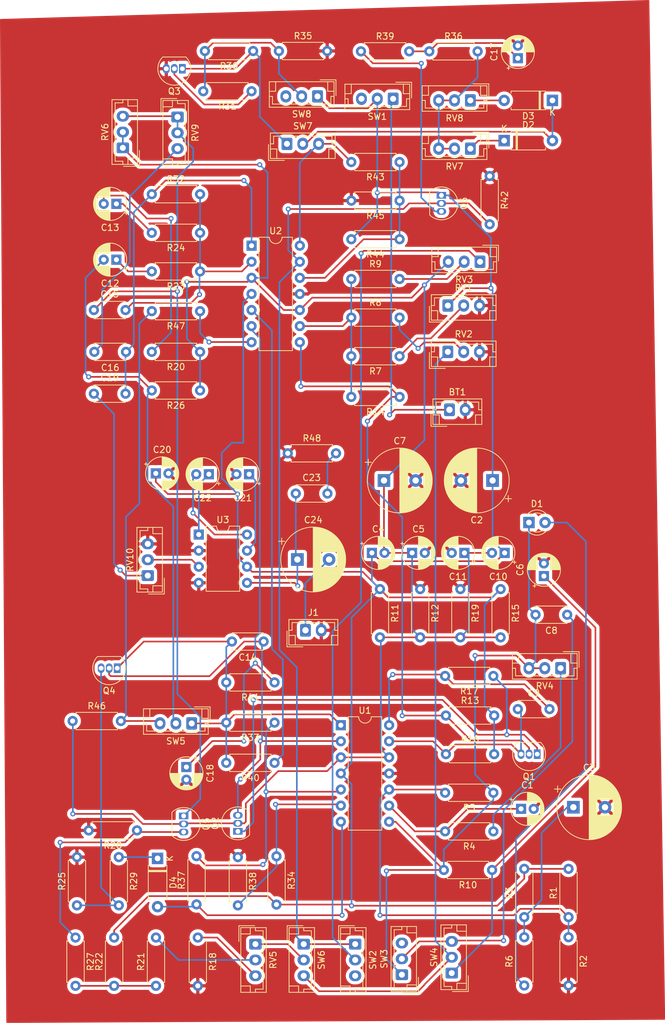
<source format=kicad_pcb>
(kicad_pcb (version 20171130) (host pcbnew "(5.1.10)-1")
  (layers (0 F.Cu signal) (31 B.Cu signal) (34 B.Paste user) (35 F.Paste user) (36 B.SilkS user) (37 F.SilkS user) (38 B.Mask user) (39 F.Mask user) (44 Edge.Cuts user))
  (net 0 "")
  (net 1 BN)
  (net 2 "Net-(BT1-Pad1)")
  (net 3 "Net-(C1-Pad1)")
  (net 4 BP)
  (net 5 "Net-(C3-Pad1)")
  (net 6 VG)
  (net 7 "Net-(C6-Pad1)")
  (net 8 "Net-(C8-Pad2)")
  (net 9 "Net-(C8-Pad1)")
  (net 10 "Net-(C9-Pad1)")
  (net 11 "Net-(C9-Pad2)")
  (net 12 "Net-(C12-Pad2)")
  (net 13 "Net-(C12-Pad1)")
  (net 14 "Net-(C13-Pad1)")
  (net 15 "Net-(C13-Pad2)")
  (net 16 "Net-(C14-Pad1)")
  (net 17 RMP)
  (net 18 "Net-(C15-Pad2)")
  (net 19 "Net-(C15-Pad1)")
  (net 20 A)
  (net 21 "Net-(C16-Pad2)")
  (net 22 "Net-(C17-Pad1)")
  (net 23 "Net-(C18-Pad1)")
  (net 24 "Net-(C19-Pad1)")
  (net 25 "Net-(C21-Pad1)")
  (net 26 "Net-(C22-Pad1)")
  (net 27 "Net-(C22-Pad2)")
  (net 28 "Net-(C23-Pad2)")
  (net 29 "Net-(C23-Pad1)")
  (net 30 "Net-(C24-Pad2)")
  (net 31 "Net-(D1-Pad2)")
  (net 32 "Net-(D2-Pad1)")
  (net 33 "Net-(D2-Pad2)")
  (net 34 "Net-(D3-Pad2)")
  (net 35 "Net-(D4-Pad1)")
  (net 36 "Net-(D4-Pad2)")
  (net 37 "Net-(Q1-Pad1)")
  (net 38 "Net-(Q1-Pad2)")
  (net 39 "Net-(Q3-Pad2)")
  (net 40 "Net-(Q3-Pad1)")
  (net 41 "Net-(Q4-Pad3)")
  (net 42 "Net-(Q5-Pad3)")
  (net 43 AREG)
  (net 44 "Net-(Q6-Pad3)")
  (net 45 "Net-(R1-Pad1)")
  (net 46 "Net-(R4-Pad1)")
  (net 47 "Net-(R7-Pad1)")
  (net 48 "Net-(R14-Pad2)")
  (net 49 "Net-(R8-Pad2)")
  (net 50 "Net-(R9-Pad2)")
  (net 51 "Net-(R18-Pad1)")
  (net 52 "Net-(R21-Pad2)")
  (net 53 "Net-(R21-Pad1)")
  (net 54 "Net-(R30-Pad2)")
  (net 55 "Net-(R33-Pad1)")
  (net 56 "Net-(R34-Pad1)")
  (net 57 "Net-(R36-Pad2)")
  (net 58 "Net-(R40-Pad1)")
  (net 59 "Net-(R43-Pad1)")
  (net 60 "Net-(R43-Pad2)")
  (net 61 SQR)
  (net 62 "Net-(R47-Pad1)")
  (net 63 LFO)
  (net 64 "Net-(RV3-Pad1)")
  (net 65 "Net-(RV5-Pad1)")
  (net 66 "Net-(RV10-Pad2)")
  (module Connector_JST:JST_EH_B3B-EH-A_1x03_P2.50mm_Vertical (layer F.Cu) (at -69.438 41.0988 180)
    (fp_text reference SW1 (at 2.5 -2.8) (layer F.SilkS))
    (fp_text value SW_SPST)
    (pad 1 thru_hole roundrect (at 0 0 180) (size 1.7 1.95) (drill 0.95) (layers *.Cu *.Mask) (roundrect_rratio 0.147059) (net 2 "Net-(BT1-Pad1)"))
    (pad 2 thru_hole oval (at 2.5 0 180) (size 1.7 1.95) (drill 0.95) (layers *.Cu *.Mask) (net 4 BP))
    (pad 3 thru_hole oval (at 5 0 180) (size 1.7 1.95) (drill 0.95) (layers *.Cu *.Mask))
  )
  (module Package_DIP:DIP-14_W7.62mm (layer F.Cu) (at -91.79 64.289)
    (fp_text reference U2 (at 3.81 -2.33) (layer F.SilkS))
    (fp_text value LM324)
    (pad 1 thru_hole rect (at 0 0) (size 1.6 1.6) (drill 0.8) (layers *.Cu *.Mask) (net 20 A))
    (pad 8 thru_hole oval (at 7.62 15.24) (size 1.6 1.6) (drill 0.8) (layers *.Cu *.Mask) (net 38 "Net-(Q1-Pad2)"))
    (pad 2 thru_hole oval (at 0 2.54) (size 1.6 1.6) (drill 0.8) (layers *.Cu *.Mask) (net 18 "Net-(C15-Pad2)"))
    (pad 9 thru_hole oval (at 7.62 12.7) (size 1.6 1.6) (drill 0.8) (layers *.Cu *.Mask) (net 48 "Net-(R14-Pad2)"))
    (pad 3 thru_hole oval (at 0 5.08) (size 1.6 1.6) (drill 0.8) (layers *.Cu *.Mask) (net 6 VG))
    (pad 10 thru_hole oval (at 7.62 10.16) (size 1.6 1.6) (drill 0.8) (layers *.Cu *.Mask) (net 6 VG))
    (pad 4 thru_hole oval (at 0 7.62) (size 1.6 1.6) (drill 0.8) (layers *.Cu *.Mask) (net 4 BP))
    (pad 11 thru_hole oval (at 7.62 7.62) (size 1.6 1.6) (drill 0.8) (layers *.Cu *.Mask) (net 1 BN))
    (pad 5 thru_hole oval (at 0 10.16) (size 1.6 1.6) (drill 0.8) (layers *.Cu *.Mask) (net 58 "Net-(R40-Pad1)"))
    (pad 12 thru_hole oval (at 7.62 5.08) (size 1.6 1.6) (drill 0.8) (layers *.Cu *.Mask) (net 59 "Net-(R43-Pad1)"))
    (pad 6 thru_hole oval (at 0 12.7) (size 1.6 1.6) (drill 0.8) (layers *.Cu *.Mask) (net 23 "Net-(C18-Pad1)"))
    (pad 13 thru_hole oval (at 7.62 2.54) (size 1.6 1.6) (drill 0.8) (layers *.Cu *.Mask) (net 43 AREG))
    (pad 7 thru_hole oval (at 0 15.24) (size 1.6 1.6) (drill 0.8) (layers *.Cu *.Mask) (net 62 "Net-(R47-Pad1)"))
    (pad 14 thru_hole oval (at 7.62 0) (size 1.6 1.6) (drill 0.8) (layers *.Cu *.Mask) (net 60 "Net-(R43-Pad2)"))
  )
  (module Package_DIP:DIP-14_W7.62mm (layer F.Cu) (at -77.694 139.997)
    (fp_text reference U1 (at 3.81 -2.33) (layer F.SilkS))
    (fp_text value LM324)
    (pad 14 thru_hole oval (at 7.62 0) (size 1.6 1.6) (drill 0.8) (layers *.Cu *.Mask) (net 11 "Net-(C9-Pad2)"))
    (pad 7 thru_hole oval (at 0 15.24) (size 1.6 1.6) (drill 0.8) (layers *.Cu *.Mask) (net 36 "Net-(D4-Pad2)"))
    (pad 13 thru_hole oval (at 7.62 2.54) (size 1.6 1.6) (drill 0.8) (layers *.Cu *.Mask) (net 10 "Net-(C9-Pad1)"))
    (pad 6 thru_hole oval (at 0 12.7) (size 1.6 1.6) (drill 0.8) (layers *.Cu *.Mask) (net 56 "Net-(R34-Pad1)"))
    (pad 12 thru_hole oval (at 7.62 5.08) (size 1.6 1.6) (drill 0.8) (layers *.Cu *.Mask) (net 6 VG))
    (pad 5 thru_hole oval (at 0 10.16) (size 1.6 1.6) (drill 0.8) (layers *.Cu *.Mask) (net 55 "Net-(R33-Pad1)"))
    (pad 11 thru_hole oval (at 7.62 7.62) (size 1.6 1.6) (drill 0.8) (layers *.Cu *.Mask) (net 1 BN))
    (pad 4 thru_hole oval (at 0 7.62) (size 1.6 1.6) (drill 0.8) (layers *.Cu *.Mask) (net 4 BP))
    (pad 10 thru_hole oval (at 7.62 10.16) (size 1.6 1.6) (drill 0.8) (layers *.Cu *.Mask) (net 45 "Net-(R1-Pad1)"))
    (pad 3 thru_hole oval (at 0 5.08) (size 1.6 1.6) (drill 0.8) (layers *.Cu *.Mask) (net 6 VG))
    (pad 9 thru_hole oval (at 7.62 12.7) (size 1.6 1.6) (drill 0.8) (layers *.Cu *.Mask) (net 3 "Net-(C1-Pad1)"))
    (pad 2 thru_hole oval (at 0 2.54) (size 1.6 1.6) (drill 0.8) (layers *.Cu *.Mask) (net 16 "Net-(C14-Pad1)"))
    (pad 8 thru_hole oval (at 7.62 15.24) (size 1.6 1.6) (drill 0.8) (layers *.Cu *.Mask) (net 8 "Net-(C8-Pad2)"))
    (pad 1 thru_hole rect (at 0 0) (size 1.6 1.6) (drill 0.8) (layers *.Cu *.Mask) (net 17 RMP))
  )
  (module Connector_JST:JST_EH_B2B-EH-A_1x02_P2.50mm_Vertical (layer F.Cu) (at -60.548 90.197)
    (fp_text reference BT1 (at 1.25 -2.8) (layer F.SilkS))
    (fp_text value 9V)
    (pad 2 thru_hole oval (at 2.5 0) (size 1.7 2) (drill 1) (layers *.Cu *.Mask) (net 1 BN))
    (pad 1 thru_hole roundrect (at 0 0) (size 1.7 2) (drill 1) (layers *.Cu *.Mask) (roundrect_rratio 0.147059) (net 2 "Net-(BT1-Pad1)"))
  )
  (module Capacitor_THT:CP_Radial_D5.0mm_P2.00mm (layer F.Cu) (at -49.246 153.205)
    (fp_text reference C1 (at 1 -3.75) (layer F.SilkS))
    (fp_text value 1uF)
    (pad 2 thru_hole circle (at 2 0) (size 1.6 1.6) (drill 0.8) (layers *.Cu *.Mask) (net 1 BN))
    (pad 1 thru_hole rect (at 0 0) (size 1.6 1.6) (drill 0.8) (layers *.Cu *.Mask) (net 3 "Net-(C1-Pad1)"))
  )
  (module Capacitor_THT:CP_Radial_D10.0mm_P5.00mm (layer F.Cu) (at -53.7418 101.3636 180)
    (fp_text reference C2 (at 2.5 -6.25) (layer F.SilkS))
    (fp_text value 470uF)
    (pad 2 thru_hole circle (at 5 0 180) (size 2 2) (drill 1) (layers *.Cu *.Mask) (net 1 BN))
    (pad 1 thru_hole rect (at 0 0 180) (size 2 2) (drill 1) (layers *.Cu *.Mask) (net 4 BP))
  )
  (module Capacitor_THT:CP_Radial_D10.0mm_P5.00mm (layer F.Cu) (at -40.991 152.951)
    (fp_text reference C3 (at 2.5 -6.25) (layer F.SilkS))
    (fp_text value 470uF)
    (pad 1 thru_hole rect (at 0 0) (size 2 2) (drill 1) (layers *.Cu *.Mask) (net 5 "Net-(C3-Pad1)"))
    (pad 2 thru_hole circle (at 5 0) (size 2 2) (drill 1) (layers *.Cu *.Mask) (net 1 BN))
  )
  (module Capacitor_THT:CP_Radial_D5.0mm_P2.00mm (layer F.Cu) (at -72.7918 112.7936)
    (fp_text reference C4 (at 1 -3.75) (layer F.SilkS))
    (fp_text value 10uF)
    (pad 1 thru_hole rect (at 0 0) (size 1.6 1.6) (drill 0.8) (layers *.Cu *.Mask) (net 4 BP))
    (pad 2 thru_hole circle (at 2 0) (size 1.6 1.6) (drill 0.8) (layers *.Cu *.Mask) (net 6 VG))
  )
  (module Capacitor_THT:CP_Radial_D5.0mm_P2.00mm (layer F.Cu) (at -66.4418 112.7936)
    (fp_text reference C5 (at 1 -3.75) (layer F.SilkS))
    (fp_text value 10uF)
    (pad 1 thru_hole rect (at 0 0) (size 1.6 1.6) (drill 0.8) (layers *.Cu *.Mask) (net 6 VG))
    (pad 2 thru_hole circle (at 2 0) (size 1.6 1.6) (drill 0.8) (layers *.Cu *.Mask) (net 1 BN))
  )
  (module Capacitor_THT:CP_Radial_D5.0mm_P2.00mm (layer F.Cu) (at -45.641 116.4572 90)
    (fp_text reference C6 (at 1 -3.75 90) (layer F.SilkS))
    (fp_text value 1uF)
    (pad 1 thru_hole rect (at 0 0 90) (size 1.6 1.6) (drill 0.8) (layers *.Cu *.Mask) (net 7 "Net-(C6-Pad1)"))
    (pad 2 thru_hole circle (at 2 0 90) (size 1.6 1.6) (drill 0.8) (layers *.Cu *.Mask) (net 1 BN))
  )
  (module Capacitor_THT:CP_Radial_D10.0mm_P5.00mm (layer F.Cu) (at -70.8868 101.3636)
    (fp_text reference C7 (at 2.5 -6.25) (layer F.SilkS))
    (fp_text value 470uF)
    (pad 1 thru_hole rect (at 0 0) (size 2 2) (drill 1) (layers *.Cu *.Mask) (net 6 VG))
    (pad 2 thru_hole circle (at 5 0) (size 2 2) (drill 1) (layers *.Cu *.Mask) (net 1 BN))
  )
  (module Capacitor_THT:C_Disc_D4.7mm_W2.5mm_P5.00mm (layer F.Cu) (at -41.958 122.5532 180)
    (fp_text reference C8 (at 2.5 -2.5) (layer F.SilkS))
    (fp_text value 1nF)
    (pad 2 thru_hole circle (at 5 0 180) (size 1.6 1.6) (drill 0.8) (layers *.Cu *.Mask) (net 8 "Net-(C8-Pad2)"))
    (pad 1 thru_hole circle (at 0 0 180) (size 1.6 1.6) (drill 0.8) (layers *.Cu *.Mask) (net 9 "Net-(C8-Pad1)"))
  )
  (module Capacitor_THT:C_Disc_D4.7mm_W2.5mm_P5.00mm (layer F.Cu) (at -49.754 137.457)
    (fp_text reference C9 (at 2.5 -2.5) (layer F.SilkS))
    (fp_text value 100pF)
    (pad 2 thru_hole circle (at 5 0) (size 1.6 1.6) (drill 0.8) (layers *.Cu *.Mask) (net 11 "Net-(C9-Pad2)"))
    (pad 1 thru_hole circle (at 0 0) (size 1.6 1.6) (drill 0.8) (layers *.Cu *.Mask) (net 10 "Net-(C9-Pad1)"))
  )
  (module Capacitor_THT:CP_Radial_D5.0mm_P2.00mm (layer F.Cu) (at -51.8368 112.7936 180)
    (fp_text reference C10 (at 1 -3.75) (layer F.SilkS))
    (fp_text value 10uF)
    (pad 1 thru_hole rect (at 0 0 180) (size 1.6 1.6) (drill 0.8) (layers *.Cu *.Mask) (net 4 BP))
    (pad 2 thru_hole circle (at 2 0 180) (size 1.6 1.6) (drill 0.8) (layers *.Cu *.Mask) (net 6 VG))
  )
  (module Capacitor_THT:CP_Radial_D5.0mm_P2.00mm (layer F.Cu) (at -58.1868 112.7936 180)
    (fp_text reference C11 (at 1 -3.75) (layer F.SilkS))
    (fp_text value 10uF)
    (pad 2 thru_hole circle (at 2 0 180) (size 1.6 1.6) (drill 0.8) (layers *.Cu *.Mask) (net 1 BN))
    (pad 1 thru_hole rect (at 0 0 180) (size 1.6 1.6) (drill 0.8) (layers *.Cu *.Mask) (net 6 VG))
  )
  (module Capacitor_THT:CP_Radial_D5.0mm_P2.00mm (layer F.Cu) (at -113.126 66.4988 180)
    (fp_text reference C12 (at 1 -3.75) (layer F.SilkS))
    (fp_text value 0.1uF)
    (pad 2 thru_hole circle (at 2 0 180) (size 1.6 1.6) (drill 0.8) (layers *.Cu *.Mask) (net 12 "Net-(C12-Pad2)"))
    (pad 1 thru_hole rect (at 0 0 180) (size 1.6 1.6) (drill 0.8) (layers *.Cu *.Mask) (net 13 "Net-(C12-Pad1)"))
  )
  (module Capacitor_THT:CP_Radial_D5.0mm_P2.00mm (layer F.Cu) (at -113.126 57.685 180)
    (fp_text reference C13 (at 1 -3.75) (layer F.SilkS))
    (fp_text value 0.1uF)
    (pad 1 thru_hole rect (at 0 0 180) (size 1.6 1.6) (drill 0.8) (layers *.Cu *.Mask) (net 14 "Net-(C13-Pad1)"))
    (pad 2 thru_hole circle (at 2 0 180) (size 1.6 1.6) (drill 0.8) (layers *.Cu *.Mask) (net 15 "Net-(C13-Pad2)"))
  )
  (module Capacitor_THT:C_Disc_D4.7mm_W2.5mm_P5.00mm (layer F.Cu) (at -89.886 126.789 180)
    (fp_text reference C14 (at 2.5 -2.5) (layer F.SilkS))
    (fp_text value .001uF)
    (pad 2 thru_hole circle (at 5 0 180) (size 1.6 1.6) (drill 0.8) (layers *.Cu *.Mask) (net 17 RMP))
    (pad 1 thru_hole circle (at 0 0 180) (size 1.6 1.6) (drill 0.8) (layers *.Cu *.Mask) (net 16 "Net-(C14-Pad1)"))
  )
  (module Capacitor_THT:C_Disc_D4.7mm_W2.5mm_P5.00mm (layer F.Cu) (at -116.682 74.449)
    (fp_text reference C15 (at 2.5 -2.5) (layer F.SilkS))
    (fp_text value .001uF)
    (pad 2 thru_hole circle (at 5 0) (size 1.6 1.6) (drill 0.8) (layers *.Cu *.Mask) (net 18 "Net-(C15-Pad2)"))
    (pad 1 thru_hole circle (at 0 0) (size 1.6 1.6) (drill 0.8) (layers *.Cu *.Mask) (net 19 "Net-(C15-Pad1)"))
  )
  (module Capacitor_THT:C_Disc_D4.7mm_W2.5mm_P5.00mm (layer F.Cu) (at -111.602 81.053 180)
    (fp_text reference C16 (at 2.5 -2.5) (layer F.SilkS))
    (fp_text value .001uF)
    (pad 1 thru_hole circle (at 0 0 180) (size 1.6 1.6) (drill 0.8) (layers *.Cu *.Mask) (net 20 A))
    (pad 2 thru_hole circle (at 5 0 180) (size 1.6 1.6) (drill 0.8) (layers *.Cu *.Mask) (net 21 "Net-(C16-Pad2)"))
  )
  (module Capacitor_THT:CP_Radial_D5.0mm_P2.00mm (layer F.Cu) (at -49.753 34.698 90)
    (fp_text reference C17 (at 1 -3.75 90) (layer F.SilkS))
    (fp_text value 4.7uF)
    (pad 2 thru_hole circle (at 2 0 90) (size 1.6 1.6) (drill 0.8) (layers *.Cu *.Mask) (net 1 BN))
    (pad 1 thru_hole rect (at 0 0 90) (size 1.6 1.6) (drill 0.8) (layers *.Cu *.Mask) (net 22 "Net-(C17-Pad1)"))
  )
  (module Capacitor_THT:CP_Radial_D5.0mm_P2.00mm (layer F.Cu) (at -102.078 146.601 270)
    (fp_text reference C18 (at 1 -3.75 90) (layer F.SilkS))
    (fp_text value 0.1uF)
    (pad 2 thru_hole circle (at 2 0 270) (size 1.6 1.6) (drill 0.8) (layers *.Cu *.Mask) (net 1 BN))
    (pad 1 thru_hole rect (at 0 0 270) (size 1.6 1.6) (drill 0.8) (layers *.Cu *.Mask) (net 23 "Net-(C18-Pad1)"))
  )
  (module Capacitor_THT:C_Disc_D4.7mm_W2.5mm_P5.00mm (layer F.Cu) (at -116.682 87.657)
    (fp_text reference C19 (at 2.5 -2.5) (layer F.SilkS))
    (fp_text value 1uF)
    (pad 1 thru_hole circle (at 0 0) (size 1.6 1.6) (drill 0.8) (layers *.Cu *.Mask) (net 24 "Net-(C19-Pad1)"))
    (pad 2 thru_hole circle (at 5 0) (size 1.6 1.6) (drill 0.8) (layers *.Cu *.Mask) (net 20 A))
  )
  (module Capacitor_THT:CP_Radial_D5.0mm_P2.00mm (layer F.Cu) (at -106.904 100.246)
    (fp_text reference C20 (at 1 -3.75) (layer F.SilkS))
    (fp_text value 0.1uF)
    (pad 2 thru_hole circle (at 2 0) (size 1.6 1.6) (drill 0.8) (layers *.Cu *.Mask) (net 1 BN))
    (pad 1 thru_hole rect (at 0 0) (size 1.6 1.6) (drill 0.8) (layers *.Cu *.Mask) (net 4 BP))
  )
  (module Capacitor_THT:CP_Radial_D5.0mm_P2.00mm (layer F.Cu) (at -92.172 100.373 180)
    (fp_text reference C21 (at 1 -3.75) (layer F.SilkS))
    (fp_text value 10uF)
    (pad 2 thru_hole circle (at 2 0 180) (size 1.6 1.6) (drill 0.8) (layers *.Cu *.Mask) (net 1 BN))
    (pad 1 thru_hole rect (at 0 0 180) (size 1.6 1.6) (drill 0.8) (layers *.Cu *.Mask) (net 25 "Net-(C21-Pad1)"))
  )
  (module Capacitor_THT:CP_Radial_D5.0mm_P2.00mm (layer F.Cu) (at -98.522 100.373 180)
    (fp_text reference C22 (at 1 -3.75) (layer F.SilkS))
    (fp_text value 10uF)
    (pad 1 thru_hole rect (at 0 0 180) (size 1.6 1.6) (drill 0.8) (layers *.Cu *.Mask) (net 26 "Net-(C22-Pad1)"))
    (pad 2 thru_hole circle (at 2 0 180) (size 1.6 1.6) (drill 0.8) (layers *.Cu *.Mask) (net 27 "Net-(C22-Pad2)"))
  )
  (module Capacitor_THT:C_Disc_D4.7mm_W2.5mm_P5.00mm (layer F.Cu) (at -84.806 103.421)
    (fp_text reference C23 (at 2.5 -2.5) (layer F.SilkS))
    (fp_text value .047uF)
    (pad 2 thru_hole circle (at 5 0) (size 1.6 1.6) (drill 0.8) (layers *.Cu *.Mask) (net 28 "Net-(C23-Pad2)"))
    (pad 1 thru_hole circle (at 0 0) (size 1.6 1.6) (drill 0.8) (layers *.Cu *.Mask) (net 29 "Net-(C23-Pad1)"))
  )
  (module Capacitor_THT:CP_Radial_D10.0mm_P5.00mm (layer F.Cu) (at -84.552 113.835)
    (fp_text reference C24 (at 2.5 -6.25) (layer F.SilkS))
    (fp_text value 220uF)
    (pad 2 thru_hole circle (at 5 0) (size 2 2) (drill 1) (layers *.Cu *.Mask) (net 30 "Net-(C24-Pad2)"))
    (pad 1 thru_hole rect (at 0 0) (size 2 2) (drill 1) (layers *.Cu *.Mask) (net 29 "Net-(C23-Pad1)"))
  )
  (module LED_THT:LED_D3.0mm (layer F.Cu) (at -48 108)
    (fp_text reference D1 (at 1.27 -2.96) (layer F.SilkS))
    (fp_text value LED)
    (pad 1 thru_hole rect (at 0 0) (size 1.8 1.8) (drill 0.9) (layers *.Cu *.Mask) (net 8 "Net-(C8-Pad2)"))
    (pad 2 thru_hole circle (at 2.54 0) (size 1.8 1.8) (drill 0.9) (layers *.Cu *.Mask) (net 31 "Net-(D1-Pad2)"))
  )
  (module Diode_THT:D_A-405_P7.62mm_Horizontal (layer F.Cu) (at -51.912 47.7028)
    (fp_text reference D2 (at 3.81 -2.47) (layer F.SilkS))
    (fp_text value D)
    (fp_text user K (at 0 -1.9) (layer F.SilkS))
    (pad 1 thru_hole rect (at 0 0) (size 1.8 1.8) (drill 0.9) (layers *.Cu *.Mask) (net 32 "Net-(D2-Pad1)"))
    (pad 2 thru_hole oval (at 7.62 0) (size 1.8 1.8) (drill 0.9) (layers *.Cu *.Mask) (net 33 "Net-(D2-Pad2)"))
  )
  (module Diode_THT:D_A-405_P7.62mm_Horizontal (layer F.Cu) (at -44.292 41.3528 180)
    (fp_text reference D3 (at 3.81 -2.47) (layer F.SilkS))
    (fp_text value D)
    (fp_text user K (at 0 -1.9) (layer F.SilkS))
    (pad 2 thru_hole oval (at 7.62 0 180) (size 1.8 1.8) (drill 0.9) (layers *.Cu *.Mask) (net 34 "Net-(D3-Pad2)"))
    (pad 1 thru_hole rect (at 0 0 180) (size 1.8 1.8) (drill 0.9) (layers *.Cu *.Mask) (net 33 "Net-(D2-Pad2)"))
  )
  (module Diode_THT:D_A-405_P7.62mm_Horizontal (layer F.Cu) (at -106.6246 161.0282 270)
    (fp_text reference D4 (at 3.81 -2.47 90) (layer F.SilkS))
    (fp_text value D)
    (fp_text user K (at 0 -1.9 90) (layer F.SilkS))
    (pad 2 thru_hole oval (at 7.62 0 270) (size 1.8 1.8) (drill 0.9) (layers *.Cu *.Mask) (net 36 "Net-(D4-Pad2)"))
    (pad 1 thru_hole rect (at 0 0 270) (size 1.8 1.8) (drill 0.9) (layers *.Cu *.Mask) (net 35 "Net-(D4-Pad1)"))
  )
  (module Connector_JST:JST_EH_B2B-EH-A_1x02_P2.50mm_Vertical (layer F.Cu) (at -83.282 125.011)
    (fp_text reference J1 (at 1.25 -2.8) (layer F.SilkS))
    (fp_text value SPKR)
    (pad 1 thru_hole roundrect (at 0 0) (size 1.7 2) (drill 1) (layers *.Cu *.Mask) (roundrect_rratio 0.147059) (net 30 "Net-(C24-Pad2)"))
    (pad 2 thru_hole oval (at 2.5 0) (size 1.7 2) (drill 1) (layers *.Cu *.Mask) (net 1 BN))
  )
  (module Package_TO_SOT_THT:TO-92_Inline (layer F.Cu) (at -46.706 144.569 180)
    (fp_text reference Q1 (at 1.27 -3.56) (layer F.SilkS))
    (fp_text value 2N3904)
    (pad 2 thru_hole oval (at 1.27 0 180) (size 1.05 1.5) (drill 0.75) (layers *.Cu *.Mask) (net 38 "Net-(Q1-Pad2)"))
    (pad 3 thru_hole oval (at 2.54 0 180) (size 1.05 1.5) (drill 0.75) (layers *.Cu *.Mask) (net 10 "Net-(C9-Pad1)"))
    (pad 1 thru_hole rect (at 0 0 180) (size 1.05 1.5) (drill 0.75) (layers *.Cu *.Mask) (net 37 "Net-(Q1-Pad1)"))
  )
  (module Package_TO_SOT_THT:TO-92_Inline (layer F.Cu) (at -93.95 156.761 90)
    (fp_text reference Q2 (at 1.27 -3.56 90) (layer F.SilkS))
    (fp_text value 2N3904)
    (pad 1 thru_hole rect (at 0 0 90) (size 1.05 1.5) (drill 0.75) (layers *.Cu *.Mask) (net 37 "Net-(Q1-Pad1)"))
    (pad 3 thru_hole oval (at 2.54 0 90) (size 1.05 1.5) (drill 0.75) (layers *.Cu *.Mask) (net 16 "Net-(C14-Pad1)"))
    (pad 2 thru_hole oval (at 1.27 0 90) (size 1.05 1.5) (drill 0.75) (layers *.Cu *.Mask) (net 6 VG))
  )
  (module Package_TO_SOT_THT:TO-92_Inline (layer F.Cu) (at -102.712 36.349 180)
    (fp_text reference Q3 (at 1.27 -3.56) (layer F.SilkS))
    (fp_text value 2N3906)
    (pad 2 thru_hole oval (at 1.27 0 180) (size 1.05 1.5) (drill 0.75) (layers *.Cu *.Mask) (net 39 "Net-(Q3-Pad2)"))
    (pad 3 thru_hole oval (at 2.54 0 180) (size 1.05 1.5) (drill 0.75) (layers *.Cu *.Mask) (net 1 BN))
    (pad 1 thru_hole rect (at 0 0 180) (size 1.05 1.5) (drill 0.75) (layers *.Cu *.Mask) (net 40 "Net-(Q3-Pad1)"))
  )
  (module Package_TO_SOT_THT:TO-92_Inline (layer F.Cu) (at -113 131 180)
    (fp_text reference Q4 (at 1.27 -3.56) (layer F.SilkS))
    (fp_text value 2N5457)
    (pad 2 thru_hole oval (at 1.27 0 180) (size 1.05 1.5) (drill 0.75) (layers *.Cu *.Mask) (net 16 "Net-(C14-Pad1)"))
    (pad 3 thru_hole oval (at 2.54 0 180) (size 1.05 1.5) (drill 0.75) (layers *.Cu *.Mask) (net 41 "Net-(Q4-Pad3)"))
    (pad 1 thru_hole rect (at 0 0 180) (size 1.05 1.5) (drill 0.75) (layers *.Cu *.Mask) (net 17 RMP))
  )
  (module Package_TO_SOT_THT:TO-92_Inline (layer F.Cu) (at -102.5098 154.3226 270)
    (fp_text reference Q5 (at 1.27 -3.56 90) (layer F.SilkS))
    (fp_text value 2N5457)
    (pad 1 thru_hole rect (at 0 0 270) (size 1.05 1.5) (drill 0.75) (layers *.Cu *.Mask) (net 19 "Net-(C15-Pad1)"))
    (pad 3 thru_hole oval (at 2.54 0 270) (size 1.05 1.5) (drill 0.75) (layers *.Cu *.Mask) (net 42 "Net-(Q5-Pad3)"))
    (pad 2 thru_hole oval (at 1.27 0 270) (size 1.05 1.5) (drill 0.75) (layers *.Cu *.Mask) (net 6 VG))
  )
  (module Package_TO_SOT_THT:TO-92_Inline (layer F.Cu) (at -61.818 56.3388 270)
    (fp_text reference Q6 (at 1.27 -3.56 90) (layer F.SilkS))
    (fp_text value 2N5457)
    (pad 2 thru_hole oval (at 1.27 0 270) (size 1.05 1.5) (drill 0.75) (layers *.Cu *.Mask) (net 43 AREG))
    (pad 3 thru_hole oval (at 2.54 0 270) (size 1.05 1.5) (drill 0.75) (layers *.Cu *.Mask) (net 44 "Net-(Q6-Pad3)"))
    (pad 1 thru_hole rect (at 0 0 270) (size 1.05 1.5) (drill 0.75) (layers *.Cu *.Mask) (net 4 BP))
  )
  (module Resistor_THT:R_Axial_DIN0207_L6.3mm_D2.5mm_P7.62mm_Horizontal (layer F.Cu) (at -41.753 170.2992 90)
    (fp_text reference R1 (at 3.81 -2.37 90) (layer F.SilkS))
    (fp_text value 100k)
    (pad 2 thru_hole oval (at 7.62 0 90) (size 1.6 1.6) (drill 0.8) (layers *.Cu *.Mask) (net 4 BP))
    (pad 1 thru_hole circle (at 0 0 90) (size 1.6 1.6) (drill 0.8) (layers *.Cu *.Mask) (net 45 "Net-(R1-Pad1)"))
  )
  (module Resistor_THT:R_Axial_DIN0207_L6.3mm_D2.5mm_P7.62mm_Horizontal (layer F.Cu) (at -41.753 173.4742 270)
    (fp_text reference R2 (at 3.81 -2.37 90) (layer F.SilkS))
    (fp_text value 100k)
    (pad 1 thru_hole circle (at 0 0 270) (size 1.6 1.6) (drill 0.8) (layers *.Cu *.Mask) (net 45 "Net-(R1-Pad1)"))
    (pad 2 thru_hole oval (at 7.62 0 270) (size 1.6 1.6) (drill 0.8) (layers *.Cu *.Mask) (net 1 BN))
  )
  (module Resistor_THT:R_Axial_DIN0207_L6.3mm_D2.5mm_P7.62mm_Horizontal (layer F.Cu) (at -48.738 170.2992 90)
    (fp_text reference R3 (at 3.81 -2.37 90) (layer F.SilkS))
    (fp_text value 3k)
    (pad 1 thru_hole circle (at 0 0 90) (size 1.6 1.6) (drill 0.8) (layers *.Cu *.Mask) (net 5 "Net-(C3-Pad1)"))
    (pad 2 thru_hole oval (at 7.62 0 90) (size 1.6 1.6) (drill 0.8) (layers *.Cu *.Mask) (net 4 BP))
  )
  (module Resistor_THT:R_Axial_DIN0207_L6.3mm_D2.5mm_P7.62mm_Horizontal (layer F.Cu) (at -53.6148 156.761 180)
    (fp_text reference R4 (at 3.81 -2.37) (layer F.SilkS))
    (fp_text value 3k)
    (pad 2 thru_hole oval (at 7.62 0 180) (size 1.6 1.6) (drill 0.8) (layers *.Cu *.Mask) (net 3 "Net-(C1-Pad1)"))
    (pad 1 thru_hole circle (at 0 0 180) (size 1.6 1.6) (drill 0.8) (layers *.Cu *.Mask) (net 46 "Net-(R4-Pad1)"))
  )
  (module Resistor_THT:R_Axial_DIN0207_L6.3mm_D2.5mm_P7.62mm_Horizontal (layer F.Cu) (at -53.6148 150.665 180)
    (fp_text reference R5 (at 3.81 -2.37) (layer F.SilkS))
    (fp_text value 100k)
    (pad 2 thru_hole oval (at 7.62 0 180) (size 1.6 1.6) (drill 0.8) (layers *.Cu *.Mask) (net 45 "Net-(R1-Pad1)"))
    (pad 1 thru_hole circle (at 0 0 180) (size 1.6 1.6) (drill 0.8) (layers *.Cu *.Mask) (net 8 "Net-(C8-Pad2)"))
  )
  (module Resistor_THT:R_Axial_DIN0207_L6.3mm_D2.5mm_P7.62mm_Horizontal (layer F.Cu) (at -48.738 181.0942 90)
    (fp_text reference R6 (at 3.81 -2.37 90) (layer F.SilkS))
    (fp_text value 3k)
    (pad 1 thru_hole circle (at 0 0 90) (size 1.6 1.6) (drill 0.8) (layers *.Cu *.Mask) (net 31 "Net-(D1-Pad2)"))
    (pad 2 thru_hole oval (at 7.62 0 90) (size 1.6 1.6) (drill 0.8) (layers *.Cu *.Mask) (net 5 "Net-(C3-Pad1)"))
  )
  (module Resistor_THT:R_Axial_DIN0207_L6.3mm_D2.5mm_P7.62mm_Horizontal (layer F.Cu) (at -68.422 81.7388 180)
    (fp_text reference R7 (at 3.81 -2.37) (layer F.SilkS))
    (fp_text value 47k)
    (pad 2 thru_hole oval (at 7.62 0 180) (size 1.6 1.6) (drill 0.8) (layers *.Cu *.Mask) (net 48 "Net-(R14-Pad2)"))
    (pad 1 thru_hole circle (at 0 0 180) (size 1.6 1.6) (drill 0.8) (layers *.Cu *.Mask) (net 47 "Net-(R7-Pad1)"))
  )
  (module Resistor_THT:R_Axial_DIN0207_L6.3mm_D2.5mm_P7.62mm_Horizontal (layer F.Cu) (at -76.042 75.6428)
    (fp_text reference R8 (at 3.81 -2.37) (layer F.SilkS))
    (fp_text value 100k)
    (pad 1 thru_hole circle (at 0 0) (size 1.6 1.6) (drill 0.8) (layers *.Cu *.Mask) (net 48 "Net-(R14-Pad2)"))
    (pad 2 thru_hole oval (at 7.62 0) (size 1.6 1.6) (drill 0.8) (layers *.Cu *.Mask) (net 49 "Net-(R8-Pad2)"))
  )
  (module Resistor_THT:R_Axial_DIN0207_L6.3mm_D2.5mm_P7.62mm_Horizontal (layer F.Cu) (at -76.042 69.5468)
    (fp_text reference R9 (at 3.81 -2.37) (layer F.SilkS))
    (fp_text value 36k)
    (pad 2 thru_hole oval (at 7.62 0) (size 1.6 1.6) (drill 0.8) (layers *.Cu *.Mask) (net 50 "Net-(R9-Pad2)"))
    (pad 1 thru_hole circle (at 0 0) (size 1.6 1.6) (drill 0.8) (layers *.Cu *.Mask) (net 48 "Net-(R14-Pad2)"))
  )
  (module Resistor_THT:R_Axial_DIN0207_L6.3mm_D2.5mm_P7.62mm_Horizontal (layer F.Cu) (at -53.818 162.857 180)
    (fp_text reference R10 (at 3.81 -2.37) (layer F.SilkS))
    (fp_text value 20k)
    (pad 2 thru_hole oval (at 7.62 0 180) (size 1.6 1.6) (drill 0.8) (layers *.Cu *.Mask) (net 8 "Net-(C8-Pad2)"))
    (pad 1 thru_hole circle (at 0 0 180) (size 1.6 1.6) (drill 0.8) (layers *.Cu *.Mask) (net 7 "Net-(C6-Pad1)"))
  )
  (module Resistor_THT:R_Axial_DIN0207_L6.3mm_D2.5mm_P7.62mm_Horizontal (layer F.Cu) (at -71.5218 118.5086 270)
    (fp_text reference R11 (at 3.81 -2.37 90) (layer F.SilkS))
    (fp_text value 4.7k)
    (pad 1 thru_hole circle (at 0 0 270) (size 1.6 1.6) (drill 0.8) (layers *.Cu *.Mask) (net 4 BP))
    (pad 2 thru_hole oval (at 7.62 0 270) (size 1.6 1.6) (drill 0.8) (layers *.Cu *.Mask) (net 6 VG))
  )
  (module Resistor_THT:R_Axial_DIN0207_L6.3mm_D2.5mm_P7.62mm_Horizontal (layer F.Cu) (at -65.1718 118.5086 270)
    (fp_text reference R12 (at 3.81 -2.37 90) (layer F.SilkS))
    (fp_text value 4.7k)
    (pad 1 thru_hole circle (at 0 0 270) (size 1.6 1.6) (drill 0.8) (layers *.Cu *.Mask) (net 1 BN))
    (pad 2 thru_hole oval (at 7.62 0 270) (size 1.6 1.6) (drill 0.8) (layers *.Cu *.Mask) (net 6 VG))
  )
  (module Resistor_THT:R_Axial_DIN0207_L6.3mm_D2.5mm_P7.62mm_Horizontal (layer F.Cu) (at -61.1078 138.473)
    (fp_text reference R13 (at 3.81 -2.37) (layer F.SilkS))
    (fp_text value 270k)
    (pad 1 thru_hole circle (at 0 0) (size 1.6 1.6) (drill 0.8) (layers *.Cu *.Mask) (net 38 "Net-(Q1-Pad2)"))
    (pad 2 thru_hole oval (at 7.62 0) (size 1.6 1.6) (drill 0.8) (layers *.Cu *.Mask) (net 4 BP))
  )
  (module Resistor_THT:R_Axial_DIN0207_L6.3mm_D2.5mm_P7.62mm_Horizontal (layer F.Cu) (at -68.422 88.165 180)
    (fp_text reference R14 (at 3.81 -2.37) (layer F.SilkS))
    (fp_text value 2k)
    (pad 2 thru_hole oval (at 7.62 0 180) (size 1.6 1.6) (drill 0.8) (layers *.Cu *.Mask) (net 48 "Net-(R14-Pad2)"))
    (pad 1 thru_hole circle (at 0 0 180) (size 1.6 1.6) (drill 0.8) (layers *.Cu *.Mask) (net 38 "Net-(Q1-Pad2)"))
  )
  (module Resistor_THT:R_Axial_DIN0207_L6.3mm_D2.5mm_P7.62mm_Horizontal (layer F.Cu) (at -52.4718 118.5086 270)
    (fp_text reference R15 (at 3.81 -2.37 90) (layer F.SilkS))
    (fp_text value 4.7k)
    (pad 1 thru_hole circle (at 0 0 270) (size 1.6 1.6) (drill 0.8) (layers *.Cu *.Mask) (net 4 BP))
    (pad 2 thru_hole oval (at 7.62 0 270) (size 1.6 1.6) (drill 0.8) (layers *.Cu *.Mask) (net 6 VG))
  )
  (module Resistor_THT:R_Axial_DIN0207_L6.3mm_D2.5mm_P7.62mm_Horizontal (layer F.Cu) (at -61.1078 144.569)
    (fp_text reference R16 (at 3.81 -2.37) (layer F.SilkS))
    (fp_text value 2M)
    (pad 2 thru_hole oval (at 7.62 0) (size 1.6 1.6) (drill 0.8) (layers *.Cu *.Mask) (net 4 BP))
    (pad 1 thru_hole circle (at 0 0) (size 1.6 1.6) (drill 0.8) (layers *.Cu *.Mask) (net 10 "Net-(C9-Pad1)"))
  )
  (module Resistor_THT:R_Axial_DIN0207_L6.3mm_D2.5mm_P7.62mm_Horizontal (layer F.Cu) (at -53.6148 132.2246 180)
    (fp_text reference R17 (at 3.81 -2.37) (layer F.SilkS))
    (fp_text value 10k)
    (pad 1 thru_hole circle (at 0 0 180) (size 1.6 1.6) (drill 0.8) (layers *.Cu *.Mask) (net 37 "Net-(Q1-Pad1)"))
    (pad 2 thru_hole oval (at 7.62 0 180) (size 1.6 1.6) (drill 0.8) (layers *.Cu *.Mask) (net 11 "Net-(C9-Pad2)"))
  )
  (module Resistor_THT:R_Axial_DIN0207_L6.3mm_D2.5mm_P7.62mm_Horizontal (layer F.Cu) (at -100.2746 173.525 270)
    (fp_text reference R18 (at 3.81 -2.37 90) (layer F.SilkS))
    (fp_text value 27k)
    (pad 2 thru_hole oval (at 7.62 0 270) (size 1.6 1.6) (drill 0.8) (layers *.Cu *.Mask) (net 1 BN))
    (pad 1 thru_hole circle (at 0 0 270) (size 1.6 1.6) (drill 0.8) (layers *.Cu *.Mask) (net 51 "Net-(R18-Pad1)"))
  )
  (module Resistor_THT:R_Axial_DIN0207_L6.3mm_D2.5mm_P7.62mm_Horizontal (layer F.Cu) (at -58.8218 118.5086 270)
    (fp_text reference R19 (at 3.81 -2.37 90) (layer F.SilkS))
    (fp_text value 4.7k)
    (pad 2 thru_hole oval (at 7.62 0 270) (size 1.6 1.6) (drill 0.8) (layers *.Cu *.Mask) (net 6 VG))
    (pad 1 thru_hole circle (at 0 0 270) (size 1.6 1.6) (drill 0.8) (layers *.Cu *.Mask) (net 1 BN))
  )
  (module Resistor_THT:R_Axial_DIN0207_L6.3mm_D2.5mm_P7.62mm_Horizontal (layer F.Cu) (at -99.918 81.053 180)
    (fp_text reference R20 (at 3.81 -2.37) (layer F.SilkS))
    (fp_text value 47k)
    (pad 1 thru_hole circle (at 0 0 180) (size 1.6 1.6) (drill 0.8) (layers *.Cu *.Mask) (net 6 VG))
    (pad 2 thru_hole oval (at 7.62 0 180) (size 1.6 1.6) (drill 0.8) (layers *.Cu *.Mask) (net 15 "Net-(C13-Pad2)"))
  )
  (module Resistor_THT:R_Axial_DIN0207_L6.3mm_D2.5mm_P7.62mm_Horizontal (layer F.Cu) (at -106.8786 181.145 90)
    (fp_text reference R21 (at 3.81 -2.37 90) (layer F.SilkS))
    (fp_text value 39k)
    (pad 2 thru_hole oval (at 7.62 0 90) (size 1.6 1.6) (drill 0.8) (layers *.Cu *.Mask) (net 52 "Net-(R21-Pad2)"))
    (pad 1 thru_hole circle (at 0 0 90) (size 1.6 1.6) (drill 0.8) (layers *.Cu *.Mask) (net 53 "Net-(R21-Pad1)"))
  )
  (module Resistor_THT:R_Axial_DIN0207_L6.3mm_D2.5mm_P7.62mm_Horizontal (layer F.Cu) (at -113.4826 181.145 90)
    (fp_text reference R22 (at 3.81 -2.37 90) (layer F.SilkS))
    (fp_text value 100k)
    (pad 2 thru_hole oval (at 7.62 0 90) (size 1.6 1.6) (drill 0.8) (layers *.Cu *.Mask) (net 4 BP))
    (pad 1 thru_hole circle (at 0 0 90) (size 1.6 1.6) (drill 0.8) (layers *.Cu *.Mask) (net 53 "Net-(R21-Pad1)"))
  )
  (module Resistor_THT:R_Axial_DIN0207_L6.3mm_D2.5mm_P7.62mm_Horizontal (layer F.Cu) (at -99.918 68.353 180)
    (fp_text reference R23 (at 3.81 -2.37) (layer F.SilkS))
    (fp_text value 4.7M)
    (pad 1 thru_hole circle (at 0 0 180) (size 1.6 1.6) (drill 0.8) (layers *.Cu *.Mask) (net 18 "Net-(C15-Pad2)"))
    (pad 2 thru_hole oval (at 7.62 0 180) (size 1.6 1.6) (drill 0.8) (layers *.Cu *.Mask) (net 13 "Net-(C12-Pad1)"))
  )
  (module Resistor_THT:R_Axial_DIN0207_L6.3mm_D2.5mm_P7.62mm_Horizontal (layer F.Cu) (at -99.918 62.257 180)
    (fp_text reference R24 (at 3.81 -2.37) (layer F.SilkS))
    (fp_text value 3M)
    (pad 2 thru_hole oval (at 7.62 0 180) (size 1.6 1.6) (drill 0.8) (layers *.Cu *.Mask) (net 14 "Net-(C13-Pad1)"))
    (pad 1 thru_hole circle (at 0 0 180) (size 1.6 1.6) (drill 0.8) (layers *.Cu *.Mask) (net 18 "Net-(C15-Pad2)"))
  )
  (module Resistor_THT:R_Axial_DIN0207_L6.3mm_D2.5mm_P7.62mm_Horizontal (layer F.Cu) (at -119.35 168.445 90)
    (fp_text reference R25 (at 3.81 -2.37 90) (layer F.SilkS))
    (fp_text value 2M)
    (pad 1 thru_hole circle (at 0 0 90) (size 1.6 1.6) (drill 0.8) (layers *.Cu *.Mask) (net 41 "Net-(Q4-Pad3)"))
    (pad 2 thru_hole oval (at 7.62 0 90) (size 1.6 1.6) (drill 0.8) (layers *.Cu *.Mask) (net 1 BN))
  )
  (module Resistor_THT:R_Axial_DIN0207_L6.3mm_D2.5mm_P7.62mm_Horizontal (layer F.Cu) (at -99.918 87.149 180)
    (fp_text reference R26 (at 3.81 -2.37) (layer F.SilkS))
    (fp_text value 47k)
    (pad 2 thru_hole oval (at 7.62 0 180) (size 1.6 1.6) (drill 0.8) (layers *.Cu *.Mask) (net 12 "Net-(C12-Pad2)"))
    (pad 1 thru_hole circle (at 0 0 180) (size 1.6 1.6) (drill 0.8) (layers *.Cu *.Mask) (net 6 VG))
  )
  (module Resistor_THT:R_Axial_DIN0207_L6.3mm_D2.5mm_P7.62mm_Horizontal (layer F.Cu) (at -119.5786 173.525 270)
    (fp_text reference R27 (at 3.81 -2.37 90) (layer F.SilkS))
    (fp_text value 39k)
    (pad 1 thru_hole circle (at 0 0 270) (size 1.6 1.6) (drill 0.8) (layers *.Cu *.Mask) (net 42 "Net-(Q5-Pad3)"))
    (pad 2 thru_hole oval (at 7.62 0 270) (size 1.6 1.6) (drill 0.8) (layers *.Cu *.Mask) (net 53 "Net-(R21-Pad1)"))
  )
  (module Resistor_THT:R_Axial_DIN0207_L6.3mm_D2.5mm_P7.62mm_Horizontal (layer F.Cu) (at -109.8758 156.6086 180)
    (fp_text reference R28 (at 3.81 -2.37) (layer F.SilkS))
    (fp_text value 100k)
    (pad 2 thru_hole oval (at 7.62 0 180) (size 1.6 1.6) (drill 0.8) (layers *.Cu *.Mask) (net 1 BN))
    (pad 1 thru_hole circle (at 0 0 180) (size 1.6 1.6) (drill 0.8) (layers *.Cu *.Mask) (net 42 "Net-(Q5-Pad3)"))
  )
  (module Resistor_THT:R_Axial_DIN0207_L6.3mm_D2.5mm_P7.62mm_Horizontal (layer F.Cu) (at -112.746 160.825 270)
    (fp_text reference R29 (at 3.81 -2.37 90) (layer F.SilkS))
    (fp_text value 10k)
    (pad 2 thru_hole oval (at 7.62 0 270) (size 1.6 1.6) (drill 0.8) (layers *.Cu *.Mask) (net 41 "Net-(Q4-Pad3)"))
    (pad 1 thru_hole circle (at 0 0 270) (size 1.6 1.6) (drill 0.8) (layers *.Cu *.Mask) (net 35 "Net-(D4-Pad1)"))
  )
  (module Resistor_THT:R_Axial_DIN0207_L6.3mm_D2.5mm_P7.62mm_Horizontal (layer F.Cu) (at -91.536 33.555 180)
    (fp_text reference R30 (at 3.81 -2.37) (layer F.SilkS))
    (fp_text value 200)
    (pad 1 thru_hole circle (at 0 0 180) (size 1.6 1.6) (drill 0.8) (layers *.Cu *.Mask) (net 40 "Net-(Q3-Pad1)"))
    (pad 2 thru_hole oval (at 7.62 0 180) (size 1.6 1.6) (drill 0.8) (layers *.Cu *.Mask) (net 54 "Net-(R30-Pad2)"))
  )
  (module Resistor_THT:R_Axial_DIN0207_L6.3mm_D2.5mm_P7.62mm_Horizontal (layer F.Cu) (at -91.79 39.905 180)
    (fp_text reference R31 (at 3.81 -2.37) (layer F.SilkS))
    (fp_text value 10k)
    (pad 2 thru_hole oval (at 7.62 0 180) (size 1.6 1.6) (drill 0.8) (layers *.Cu *.Mask) (net 54 "Net-(R30-Pad2)"))
    (pad 1 thru_hole circle (at 0 0 180) (size 1.6 1.6) (drill 0.8) (layers *.Cu *.Mask) (net 39 "Net-(Q3-Pad2)"))
  )
  (module Resistor_THT:R_Axial_DIN0207_L6.3mm_D2.5mm_P7.62mm_Horizontal (layer F.Cu) (at -107.538 56.161)
    (fp_text reference R32 (at 3.81 -2.37) (layer F.SilkS))
    (fp_text value 4.7M)
    (pad 2 thru_hole oval (at 7.62 0) (size 1.6 1.6) (drill 0.8) (layers *.Cu *.Mask) (net 18 "Net-(C15-Pad2)"))
    (pad 1 thru_hole circle (at 0 0) (size 1.6 1.6) (drill 0.8) (layers *.Cu *.Mask) (net 20 A))
  )
  (module Resistor_THT:R_Axial_DIN0207_L6.3mm_D2.5mm_P7.62mm_Horizontal (layer F.Cu) (at -88.1588 139.5906 180)
    (fp_text reference R33 (at 3.81 -2.37) (layer F.SilkS))
    (fp_text value 10k)
    (pad 1 thru_hole circle (at 0 0 180) (size 1.6 1.6) (drill 0.8) (layers *.Cu *.Mask) (net 55 "Net-(R33-Pad1)"))
    (pad 2 thru_hole oval (at 7.62 0 180) (size 1.6 1.6) (drill 0.8) (layers *.Cu *.Mask) (net 17 RMP))
  )
  (module Resistor_THT:R_Axial_DIN0207_L6.3mm_D2.5mm_P7.62mm_Horizontal (layer F.Cu) (at -87.854 160.698 270)
    (fp_text reference R34 (at 3.81 -2.37 90) (layer F.SilkS))
    (fp_text value 47k)
    (pad 1 thru_hole circle (at 0 0 270) (size 1.6 1.6) (drill 0.8) (layers *.Cu *.Mask) (net 56 "Net-(R34-Pad1)"))
    (pad 2 thru_hole oval (at 7.62 0 270) (size 1.6 1.6) (drill 0.8) (layers *.Cu *.Mask) (net 4 BP))
  )
  (module Resistor_THT:R_Axial_DIN0207_L6.3mm_D2.5mm_P7.62mm_Horizontal (layer F.Cu) (at -87.472 33.555)
    (fp_text reference R35 (at 3.81 -2.37) (layer F.SilkS))
    (fp_text value 10k)
    (pad 1 thru_hole circle (at 0 0) (size 1.6 1.6) (drill 0.8) (layers *.Cu *.Mask) (net 54 "Net-(R30-Pad2)"))
    (pad 2 thru_hole oval (at 7.62 0) (size 1.6 1.6) (drill 0.8) (layers *.Cu *.Mask) (net 1 BN))
  )
  (module Resistor_THT:R_Axial_DIN0207_L6.3mm_D2.5mm_P7.62mm_Horizontal (layer F.Cu) (at -63.723 33.6058)
    (fp_text reference R36 (at 3.81 -2.37) (layer F.SilkS))
    (fp_text value 820)
    (pad 1 thru_hole circle (at 0 0) (size 1.6 1.6) (drill 0.8) (layers *.Cu *.Mask) (net 22 "Net-(C17-Pad1)"))
    (pad 2 thru_hole oval (at 7.62 0) (size 1.6 1.6) (drill 0.8) (layers *.Cu *.Mask) (net 57 "Net-(R36-Pad2)"))
  )
  (module Resistor_THT:R_Axial_DIN0207_L6.3mm_D2.5mm_P7.62mm_Horizontal (layer F.Cu) (at -100.4778 168.2926 90)
    (fp_text reference R37 (at 3.81 -2.37 90) (layer F.SilkS))
    (fp_text value 300k)
    (pad 2 thru_hole oval (at 7.62 0 90) (size 1.6 1.6) (drill 0.8) (layers *.Cu *.Mask) (net 55 "Net-(R33-Pad1)"))
    (pad 1 thru_hole circle (at 0 0 90) (size 1.6 1.6) (drill 0.8) (layers *.Cu *.Mask) (net 36 "Net-(D4-Pad2)"))
  )
  (module Resistor_THT:R_Axial_DIN0207_L6.3mm_D2.5mm_P7.62mm_Horizontal (layer F.Cu) (at -93.95 160.825 270)
    (fp_text reference R38 (at 3.81 -2.37 90) (layer F.SilkS))
    (fp_text value 82k)
    (pad 1 thru_hole circle (at 0 0 270) (size 1.6 1.6) (drill 0.8) (layers *.Cu *.Mask) (net 1 BN))
    (pad 2 thru_hole oval (at 7.62 0 270) (size 1.6 1.6) (drill 0.8) (layers *.Cu *.Mask) (net 56 "Net-(R34-Pad1)"))
  )
  (module Resistor_THT:R_Axial_DIN0207_L6.3mm_D2.5mm_P7.62mm_Horizontal (layer F.Cu) (at -74.518 33.6058)
    (fp_text reference R39 (at 3.81 -2.37) (layer F.SilkS))
    (fp_text value 10k)
    (pad 2 thru_hole oval (at 7.62 0) (size 1.6 1.6) (drill 0.8) (layers *.Cu *.Mask) (net 22 "Net-(C17-Pad1)"))
    (pad 1 thru_hole circle (at 0 0) (size 1.6 1.6) (drill 0.8) (layers *.Cu *.Mask) (net 44 "Net-(Q6-Pad3)"))
  )
  (module Resistor_THT:R_Axial_DIN0207_L6.3mm_D2.5mm_P7.62mm_Horizontal (layer F.Cu) (at -88.1588 145.9406 180)
    (fp_text reference R40 (at 3.81 -2.37) (layer F.SilkS))
    (fp_text value 10K)
    (pad 2 thru_hole oval (at 7.62 0 180) (size 1.6 1.6) (drill 0.8) (layers *.Cu *.Mask) (net 17 RMP))
    (pad 1 thru_hole circle (at 0 0 180) (size 1.6 1.6) (drill 0.8) (layers *.Cu *.Mask) (net 58 "Net-(R40-Pad1)"))
  )
  (module Resistor_THT:R_Axial_DIN0207_L6.3mm_D2.5mm_P7.62mm_Horizontal (layer F.Cu) (at -88.1588 133.2406 180)
    (fp_text reference R41 (at 3.81 -2.37) (layer F.SilkS))
    (fp_text value 2M)
    (pad 1 thru_hole circle (at 0 0 180) (size 1.6 1.6) (drill 0.8) (layers *.Cu *.Mask) (net 23 "Net-(C18-Pad1)"))
    (pad 2 thru_hole oval (at 7.62 0 180) (size 1.6 1.6) (drill 0.8) (layers *.Cu *.Mask) (net 17 RMP))
  )
  (module Resistor_THT:R_Axial_DIN0207_L6.3mm_D2.5mm_P7.62mm_Horizontal (layer F.Cu) (at -54.198 53.2908 270)
    (fp_text reference R42 (at 3.81 -2.37 90) (layer F.SilkS))
    (fp_text value 4.7k)
    (pad 1 thru_hole circle (at 0 0 270) (size 1.6 1.6) (drill 0.8) (layers *.Cu *.Mask) (net 1 BN))
    (pad 2 thru_hole oval (at 7.62 0 270) (size 1.6 1.6) (drill 0.8) (layers *.Cu *.Mask) (net 43 AREG))
  )
  (module Resistor_THT:R_Axial_DIN0207_L6.3mm_D2.5mm_P7.62mm_Horizontal (layer F.Cu) (at -68.422 51.081 180)
    (fp_text reference R43 (at 3.81 -2.37) (layer F.SilkS))
    (fp_text value 100k)
    (pad 1 thru_hole circle (at 0 0 180) (size 1.6 1.6) (drill 0.8) (layers *.Cu *.Mask) (net 59 "Net-(R43-Pad1)"))
    (pad 2 thru_hole oval (at 7.62 0 180) (size 1.6 1.6) (drill 0.8) (layers *.Cu *.Mask) (net 60 "Net-(R43-Pad2)"))
  )
  (module Resistor_THT:R_Axial_DIN0207_L6.3mm_D2.5mm_P7.62mm_Horizontal (layer F.Cu) (at -68.422 63.273 180)
    (fp_text reference R44 (at 3.81 -2.37) (layer F.SilkS))
    (fp_text value 150k)
    (pad 1 thru_hole circle (at 0 0 180) (size 1.6 1.6) (drill 0.8) (layers *.Cu *.Mask) (net 59 "Net-(R43-Pad1)"))
    (pad 2 thru_hole oval (at 7.62 0 180) (size 1.6 1.6) (drill 0.8) (layers *.Cu *.Mask) (net 4 BP))
  )
  (module Resistor_THT:R_Axial_DIN0207_L6.3mm_D2.5mm_P7.62mm_Horizontal (layer F.Cu) (at -68.422 57.177 180)
    (fp_text reference R45 (at 3.81 -2.37) (layer F.SilkS))
    (fp_text value 150k)
    (pad 2 thru_hole oval (at 7.62 0 180) (size 1.6 1.6) (drill 0.8) (layers *.Cu *.Mask) (net 1 BN))
    (pad 1 thru_hole circle (at 0 0 180) (size 1.6 1.6) (drill 0.8) (layers *.Cu *.Mask) (net 59 "Net-(R43-Pad1)"))
  )
  (module Resistor_THT:R_Axial_DIN0207_L6.3mm_D2.5mm_P7.62mm_Horizontal (layer F.Cu) (at -120.0358 139.3366)
    (fp_text reference R46 (at 3.81 -2.37) (layer F.SilkS))
    (fp_text value 10K)
    (pad 2 thru_hole oval (at 7.62 0) (size 1.6 1.6) (drill 0.8) (layers *.Cu *.Mask) (net 61 SQR))
    (pad 1 thru_hole circle (at 0 0) (size 1.6 1.6) (drill 0.8) (layers *.Cu *.Mask) (net 6 VG))
  )
  (module Resistor_THT:R_Axial_DIN0207_L6.3mm_D2.5mm_P7.62mm_Horizontal (layer F.Cu) (at -99.918 74.6268 180)
    (fp_text reference R47 (at 3.81 -2.37) (layer F.SilkS))
    (fp_text value 10K)
    (pad 1 thru_hole circle (at 0 0 180) (size 1.6 1.6) (drill 0.8) (layers *.Cu *.Mask) (net 62 "Net-(R47-Pad1)"))
    (pad 2 thru_hole oval (at 7.62 0 180) (size 1.6 1.6) (drill 0.8) (layers *.Cu *.Mask) (net 61 SQR))
  )
  (module Resistor_THT:R_Axial_DIN0207_L6.3mm_D2.5mm_P7.62mm_Horizontal (layer F.Cu) (at -86.076 97.071)
    (fp_text reference R48 (at 3.81 -2.37) (layer F.SilkS))
    (fp_text value 10)
    (pad 1 thru_hole circle (at 0 0) (size 1.6 1.6) (drill 0.8) (layers *.Cu *.Mask) (net 1 BN))
    (pad 2 thru_hole oval (at 7.62 0) (size 1.6 1.6) (drill 0.8) (layers *.Cu *.Mask) (net 28 "Net-(C23-Pad2)"))
  )
  (module Connector_JST:JST_EH_B3B-EH-A_1x03_P2.50mm_Vertical (layer F.Cu) (at -60.802 73.7378)
    (fp_text reference RV1 (at 2.5 -2.8) (layer F.SilkS))
    (fp_text value 100k)
    (pad 3 thru_hole oval (at 5 0) (size 1.7 1.95) (drill 0.95) (layers *.Cu *.Mask) (net 1 BN))
    (pad 2 thru_hole oval (at 2.5 0) (size 1.7 1.95) (drill 0.95) (layers *.Cu *.Mask) (net 47 "Net-(R7-Pad1)"))
    (pad 1 thru_hole roundrect (at 0 0) (size 1.7 1.95) (drill 0.95) (layers *.Cu *.Mask) (roundrect_rratio 0.147059) (net 4 BP))
  )
  (module Connector_JST:JST_EH_B3B-EH-A_1x03_P2.50mm_Vertical (layer F.Cu) (at -60.802 81.053)
    (fp_text reference RV2 (at 2.5 -2.8) (layer F.SilkS))
    (fp_text value 100k)
    (pad 1 thru_hole roundrect (at 0 0) (size 1.7 1.95) (drill 0.95) (layers *.Cu *.Mask) (roundrect_rratio 0.147059) (net 63 LFO))
    (pad 2 thru_hole oval (at 2.5 0) (size 1.7 1.95) (drill 0.95) (layers *.Cu *.Mask) (net 49 "Net-(R8-Pad2)"))
    (pad 3 thru_hole oval (at 5 0) (size 1.7 1.95) (drill 0.95) (layers *.Cu *.Mask) (net 1 BN))
  )
  (module Connector_JST:JST_EH_B3B-EH-A_1x03_P2.50mm_Vertical (layer F.Cu) (at -55.722 66.829 180)
    (fp_text reference RV3 (at 2.5 -2.8) (layer F.SilkS))
    (fp_text value 100k)
    (pad 1 thru_hole roundrect (at 0 0 180) (size 1.7 1.95) (drill 0.95) (layers *.Cu *.Mask) (roundrect_rratio 0.147059) (net 64 "Net-(RV3-Pad1)"))
    (pad 2 thru_hole oval (at 2.5 0 180) (size 1.7 1.95) (drill 0.95) (layers *.Cu *.Mask) (net 50 "Net-(R9-Pad2)"))
    (pad 3 thru_hole oval (at 5 0 180) (size 1.7 1.95) (drill 0.95) (layers *.Cu *.Mask) (net 6 VG))
  )
  (module Connector_JST:JST_EH_B3B-EH-A_1x03_P2.50mm_Vertical (layer F.Cu) (at -43 131 180)
    (fp_text reference RV4 (at 2.5 -2.8) (layer F.SilkS))
    (fp_text value 1M)
    (pad 1 thru_hole roundrect (at 0 0 180) (size 1.7 1.95) (drill 0.95) (layers *.Cu *.Mask) (roundrect_rratio 0.147059) (net 46 "Net-(R4-Pad1)"))
    (pad 2 thru_hole oval (at 2.5 0 180) (size 1.7 1.95) (drill 0.95) (layers *.Cu *.Mask) (net 8 "Net-(C8-Pad2)"))
    (pad 3 thru_hole oval (at 5 0 180) (size 1.7 1.95) (drill 0.95) (layers *.Cu *.Mask) (net 8 "Net-(C8-Pad2)"))
  )
  (module Connector_JST:JST_EH_B3B-EH-A_1x03_P2.50mm_Vertical (layer F.Cu) (at -91.1766 174.564 270)
    (fp_text reference RV5 (at 2.5 -2.8 90) (layer F.SilkS))
    (fp_text value 100k)
    (pad 1 thru_hole roundrect (at 0 0 270) (size 1.7 1.95) (drill 0.95) (layers *.Cu *.Mask) (roundrect_rratio 0.147059) (net 65 "Net-(RV5-Pad1)"))
    (pad 2 thru_hole oval (at 2.5 0 270) (size 1.7 1.95) (drill 0.95) (layers *.Cu *.Mask) (net 52 "Net-(R21-Pad2)"))
    (pad 3 thru_hole oval (at 5 0 270) (size 1.7 1.95) (drill 0.95) (layers *.Cu *.Mask) (net 51 "Net-(R18-Pad1)"))
  )
  (module Connector_JST:JST_EH_B3B-EH-A_1x03_P2.50mm_Vertical (layer F.Cu) (at -112.11 48.8458 90)
    (fp_text reference RV6 (at 2.5 -2.8 90) (layer F.SilkS))
    (fp_text value 100k)
    (pad 3 thru_hole oval (at 5 0 90) (size 1.7 1.95) (drill 0.95) (layers *.Cu *.Mask) (net 19 "Net-(C15-Pad1)"))
    (pad 2 thru_hole oval (at 2.5 0 90) (size 1.7 1.95) (drill 0.95) (layers *.Cu *.Mask) (net 6 VG))
    (pad 1 thru_hole roundrect (at 0 0 90) (size 1.7 1.95) (drill 0.95) (layers *.Cu *.Mask) (roundrect_rratio 0.147059) (net 6 VG))
  )
  (module Connector_JST:JST_EH_B3B-EH-A_1x03_P2.50mm_Vertical (layer F.Cu) (at -57.246 48.9728 180)
    (fp_text reference RV7 (at 2.5 -2.8) (layer F.SilkS))
    (fp_text value 1M)
    (pad 1 thru_hole roundrect (at 0 0 180) (size 1.7 1.95) (drill 0.95) (layers *.Cu *.Mask) (roundrect_rratio 0.147059) (net 32 "Net-(D2-Pad1)"))
    (pad 2 thru_hole oval (at 2.5 0 180) (size 1.7 1.95) (drill 0.95) (layers *.Cu *.Mask) (net 57 "Net-(R36-Pad2)"))
    (pad 3 thru_hole oval (at 5 0 180) (size 1.7 1.95) (drill 0.95) (layers *.Cu *.Mask) (net 57 "Net-(R36-Pad2)"))
  )
  (module Connector_JST:JST_EH_B3B-EH-A_1x03_P2.50mm_Vertical (layer F.Cu) (at -57.246 41.3528 180)
    (fp_text reference RV8 (at 2.5 -2.8) (layer F.SilkS))
    (fp_text value 1M)
    (pad 3 thru_hole oval (at 5 0 180) (size 1.7 1.95) (drill 0.95) (layers *.Cu *.Mask) (net 57 "Net-(R36-Pad2)"))
    (pad 2 thru_hole oval (at 2.5 0 180) (size 1.7 1.95) (drill 0.95) (layers *.Cu *.Mask) (net 57 "Net-(R36-Pad2)"))
    (pad 1 thru_hole roundrect (at 0 0 180) (size 1.7 1.95) (drill 0.95) (layers *.Cu *.Mask) (roundrect_rratio 0.147059) (net 34 "Net-(D3-Pad2)"))
  )
  (module Connector_JST:JST_EH_B3B-EH-A_1x03_P2.50mm_Vertical (layer F.Cu) (at -103.474 43.969 270)
    (fp_text reference RV9 (at 2.5 -2.8 90) (layer F.SilkS))
    (fp_text value 100k)
    (pad 1 thru_hole roundrect (at 0 0 270) (size 1.7 1.95) (drill 0.95) (layers *.Cu *.Mask) (roundrect_rratio 0.147059) (net 19 "Net-(C15-Pad1)"))
    (pad 2 thru_hole oval (at 2.5 0 270) (size 1.7 1.95) (drill 0.95) (layers *.Cu *.Mask) (net 19 "Net-(C15-Pad1)"))
    (pad 3 thru_hole oval (at 5 0 270) (size 1.7 1.95) (drill 0.95) (layers *.Cu *.Mask) (net 21 "Net-(C16-Pad2)"))
  )
  (module Connector_JST:JST_EH_B3B-EH-A_1x03_P2.50mm_Vertical (layer F.Cu) (at -108.174 116.375 90)
    (fp_text reference RV10 (at 2.5 -2.8 90) (layer F.SilkS))
    (fp_text value 100k)
    (pad 1 thru_hole roundrect (at 0 0 90) (size 1.7 1.95) (drill 0.95) (layers *.Cu *.Mask) (roundrect_rratio 0.147059) (net 24 "Net-(C19-Pad1)"))
    (pad 2 thru_hole oval (at 2.5 0 90) (size 1.7 1.95) (drill 0.95) (layers *.Cu *.Mask) (net 66 "Net-(RV10-Pad2)"))
    (pad 3 thru_hole oval (at 5 0 90) (size 1.7 1.95) (drill 0.95) (layers *.Cu *.Mask) (net 1 BN))
  )
  (module Connector_JST:JST_EH_B3B-EH-A_1x03_P2.50mm_Vertical (layer F.Cu) (at -75.4286 174.564 270)
    (fp_text reference SW2 (at 2.5 -2.8 90) (layer F.SilkS))
    (fp_text value "AREG Input")
    (pad 1 thru_hole roundrect (at 0 0 270) (size 1.7 1.95) (drill 0.95) (layers *.Cu *.Mask) (roundrect_rratio 0.147059) (net 43 AREG))
    (pad 2 thru_hole oval (at 2.5 0 270) (size 1.7 1.95) (drill 0.95) (layers *.Cu *.Mask) (net 64 "Net-(RV3-Pad1)"))
    (pad 3 thru_hole oval (at 5 0 270) (size 1.7 1.95) (drill 0.95) (layers *.Cu *.Mask))
  )
  (module Connector_JST:JST_EH_B3B-EH-A_1x03_P2.50mm_Vertical (layer F.Cu) (at -68.0626 179.39 90)
    (fp_text reference SW3 (at 2.5 -2.8 90) (layer F.SilkS))
    (fp_text value "LFO Shape")
    (pad 3 thru_hole oval (at 5 0 90) (size 1.7 1.95) (drill 0.95) (layers *.Cu *.Mask))
    (pad 2 thru_hole oval (at 2.5 0 90) (size 1.7 1.95) (drill 0.95) (layers *.Cu *.Mask) (net 9 "Net-(C8-Pad1)"))
    (pad 1 thru_hole roundrect (at 0 0 90) (size 1.7 1.95) (drill 0.95) (layers *.Cu *.Mask) (roundrect_rratio 0.147059) (net 8 "Net-(C8-Pad2)"))
  )
  (module Connector_JST:JST_EH_B3B-EH-A_1x03_P2.50mm_Vertical (layer F.Cu) (at -60.1886 179.136 90)
    (fp_text reference SW4 (at 2.5 -2.8 90) (layer F.SilkS))
    (fp_text value "LFO Out")
    (pad 1 thru_hole roundrect (at 0 0 90) (size 1.7 1.95) (drill 0.95) (layers *.Cu *.Mask) (roundrect_rratio 0.147059) (net 7 "Net-(C6-Pad1)"))
    (pad 2 thru_hole oval (at 2.5 0 90) (size 1.7 1.95) (drill 0.95) (layers *.Cu *.Mask) (net 63 LFO))
    (pad 3 thru_hole oval (at 5 0 90) (size 1.7 1.95) (drill 0.95) (layers *.Cu *.Mask) (net 9 "Net-(C8-Pad1)"))
  )
  (module Connector_JST:JST_EH_B3B-EH-A_1x03_P2.50mm_Vertical (layer F.Cu) (at -101.2398 139.7176 180)
    (fp_text reference SW5 (at 2.5 -2.8) (layer F.SilkS))
    (fp_text value "VCF Select")
    (pad 1 thru_hole roundrect (at 0 0 180) (size 1.7 1.95) (drill 0.95) (layers *.Cu *.Mask) (roundrect_rratio 0.147059) (net 17 RMP))
    (pad 2 thru_hole oval (at 2.5 0 180) (size 1.7 1.95) (drill 0.95) (layers *.Cu *.Mask) (net 12 "Net-(C12-Pad2)"))
    (pad 3 thru_hole oval (at 5 0 180) (size 1.7 1.95) (drill 0.95) (layers *.Cu *.Mask) (net 61 SQR))
  )
  (module Connector_JST:JST_EH_B3B-EH-A_1x03_P2.50mm_Vertical (layer F.Cu) (at -83.5566 174.564 270)
    (fp_text reference SW6 (at 2.5 -2.8 90) (layer F.SilkS))
    (fp_text value "VCF Source")
    (pad 1 thru_hole roundrect (at 0 0 270) (size 1.7 1.95) (drill 0.95) (layers *.Cu *.Mask) (roundrect_rratio 0.147059) (net 43 AREG))
    (pad 2 thru_hole oval (at 2.5 0 270) (size 1.7 1.95) (drill 0.95) (layers *.Cu *.Mask) (net 65 "Net-(RV5-Pad1)"))
    (pad 3 thru_hole oval (at 5 0 270) (size 1.7 1.95) (drill 0.95) (layers *.Cu *.Mask) (net 63 LFO))
  )
  (module Connector_JST:JST_EH_B3B-EH-A_1x03_P2.50mm_Vertical (layer F.Cu) (at -86.202 48.2108)
    (fp_text reference SW7 (at 2.5 -2.8) (layer F.SilkS))
    (fp_text value Repeat/Manual)
    (pad 3 thru_hole oval (at 5 0) (size 1.7 1.95) (drill 0.95) (layers *.Cu *.Mask) (net 60 "Net-(R43-Pad2)"))
    (pad 2 thru_hole oval (at 2.5 0) (size 1.7 1.95) (drill 0.95) (layers *.Cu *.Mask) (net 33 "Net-(D2-Pad2)"))
    (pad 1 thru_hole roundrect (at 0 0) (size 1.7 1.95) (drill 0.95) (layers *.Cu *.Mask) (roundrect_rratio 0.147059) (net 40 "Net-(Q3-Pad1)"))
  )
  (module Connector_JST:JST_EH_B3B-EH-A_1x03_P2.50mm_Vertical (layer F.Cu) (at -81.376 40.7178 180)
    (fp_text reference SW8 (at 2.5 -2.8) (layer F.SilkS))
    (fp_text value Manual)
    (pad 3 thru_hole oval (at 5 0 180) (size 1.7 1.95) (drill 0.95) (layers *.Cu *.Mask))
    (pad 2 thru_hole oval (at 2.5 0 180) (size 1.7 1.95) (drill 0.95) (layers *.Cu *.Mask) (net 54 "Net-(R30-Pad2)"))
    (pad 1 thru_hole roundrect (at 0 0 180) (size 1.7 1.95) (drill 0.95) (layers *.Cu *.Mask) (roundrect_rratio 0.147059) (net 4 BP))
  )
  (module Package_DIP:DIP-8_W7.62mm (layer F.Cu) (at -100.1222 109.898)
    (fp_text reference U3 (at 3.81 -2.33) (layer F.SilkS))
    (fp_text value LM386)
    (pad 1 thru_hole rect (at 0 0) (size 1.6 1.6) (drill 0.8) (layers *.Cu *.Mask) (net 26 "Net-(C22-Pad1)"))
    (pad 5 thru_hole oval (at 7.62 7.62) (size 1.6 1.6) (drill 0.8) (layers *.Cu *.Mask) (net 29 "Net-(C23-Pad1)"))
    (pad 2 thru_hole oval (at 0 2.54) (size 1.6 1.6) (drill 0.8) (layers *.Cu *.Mask) (net 1 BN))
    (pad 6 thru_hole oval (at 7.62 5.08) (size 1.6 1.6) (drill 0.8) (layers *.Cu *.Mask) (net 4 BP))
    (pad 3 thru_hole oval (at 0 5.08) (size 1.6 1.6) (drill 0.8) (layers *.Cu *.Mask) (net 66 "Net-(RV10-Pad2)"))
    (pad 7 thru_hole oval (at 7.62 2.54) (size 1.6 1.6) (drill 0.8) (layers *.Cu *.Mask) (net 25 "Net-(C21-Pad1)"))
    (pad 4 thru_hole oval (at 0 7.62) (size 1.6 1.6) (drill 0.8) (layers *.Cu *.Mask) (net 1 BN))
    (pad 8 thru_hole oval (at 7.62 0) (size 1.6 1.6) (drill 0.8) (layers *.Cu *.Mask) (net 27 "Net-(C22-Pad2)"))
  )
  (via (at -70 91) (size 0.8) (drill 0.4) (layers F.Cu B.Cu) (net 2))
  (segment (start -69.730001 90.730001) (end -70 91) (width 0.254) (layer B.Cu) (net 2))
  (segment (start -69.730001 41.390801) (end -69.730001 90.730001) (width 0.254) (layer B.Cu) (net 2))
  (segment (start -69.438 41.0988) (end -69.730001 41.390801) (width 0.254) (layer B.Cu) (net 2))
  (segment (start -69.197 90.197) (end -60.548 90.197) (width 0.254) (layer F.Cu) (net 2))
  (segment (start -70 91) (end -69.197 90.197) (width 0.254) (layer F.Cu) (net 2))
  (segment (start -66.01 156.761) (end -70.074 152.697) (width 0.254) (layer F.Cu) (net 3))
  (segment (start -61.2348 156.761) (end -66.01 156.761) (width 0.254) (layer F.Cu) (net 3))
  (segment (start -57.6788 153.205) (end -49.246 153.205) (width 0.254) (layer F.Cu) (net 3))
  (segment (start -61.2348 156.761) (end -57.6788 153.205) (width 0.254) (layer F.Cu) (net 3))
  (segment (start -53.779801 119.816601) (end -52.4718 118.5086) (width 0.254) (layer F.Cu) (net 4))
  (segment (start -70.213799 119.816601) (end -53.779801 119.816601) (width 0.254) (layer F.Cu) (net 4))
  (segment (start -71.5218 118.5086) (end -70.213799 119.816601) (width 0.254) (layer F.Cu) (net 4))
  (segment (start -53.144801 114.101601) (end -51.8368 112.7936) (width 0.254) (layer F.Cu) (net 4))
  (segment (start -71.419641 114.101601) (end -53.144801 114.101601) (width 0.254) (layer F.Cu) (net 4))
  (segment (start -72.727642 112.7936) (end -71.419641 114.101601) (width 0.254) (layer F.Cu) (net 4))
  (segment (start -72.7918 112.7936) (end -72.727642 112.7936) (width 0.254) (layer F.Cu) (net 4))
  (segment (start -53.7418 110.8886) (end -51.8368 112.7936) (width 0.254) (layer B.Cu) (net 4))
  (segment (start -53.7418 101.3636) (end -53.7418 110.8886) (width 0.254) (layer B.Cu) (net 4))
  (segment (start -72.7918 117.2386) (end -71.5218 118.5086) (width 0.254) (layer B.Cu) (net 4))
  (segment (start -72.7918 112.7936) (end -72.7918 117.2386) (width 0.254) (layer B.Cu) (net 4))
  (segment (start -74.252401 115.777999) (end -71.5218 118.5086) (width 0.254) (layer F.Cu) (net 4))
  (segment (start -91.702201 115.777999) (end -74.252401 115.777999) (width 0.254) (layer F.Cu) (net 4))
  (segment (start -92.5022 114.978) (end -91.702201 115.777999) (width 0.254) (layer F.Cu) (net 4))
  (segment (start -92.5022 114.978) (end -93.9802 113.5) (width 0.254) (layer B.Cu) (net 4))
  (via (at -94 103.5) (size 0.8) (drill 0.4) (layers F.Cu B.Cu) (net 4))
  (segment (start -93.9802 103.5198) (end -94 103.5) (width 0.254) (layer B.Cu) (net 4))
  (segment (start -93.9802 113.5) (end -93.9802 103.5198) (width 0.254) (layer B.Cu) (net 4))
  (segment (start -94 103.5) (end -105 103.5) (width 0.254) (layer F.Cu) (net 4))
  (segment (start -106.904 101.596) (end -106.904 100.246) (width 0.254) (layer F.Cu) (net 4))
  (segment (start -105 103.5) (end -106.904 101.596) (width 0.254) (layer F.Cu) (net 4))
  (segment (start -71.938 59.169) (end -76.042 63.273) (width 0.254) (layer B.Cu) (net 4))
  (via (at -71.938 55.938) (size 0.8) (drill 0.4) (layers F.Cu B.Cu) (net 4))
  (segment (start -71.868999 55.868999) (end -71.938 55.938) (width 0.254) (layer F.Cu) (net 4))
  (segment (start -61.818 56.3388) (end -62.287801 55.868999) (width 0.254) (layer F.Cu) (net 4))
  (segment (start -71.938 55.938) (end -71.938 59.169) (width 0.254) (layer B.Cu) (net 4))
  (segment (start -62.287801 55.868999) (end -71.868999 55.868999) (width 0.254) (layer F.Cu) (net 4))
  (segment (start -71.938 41.0988) (end -71.938 55.938) (width 0.254) (layer B.Cu) (net 4))
  (segment (start -113.4826 172.39363) (end -113.4826 173.525) (width 0.254) (layer F.Cu) (net 4))
  (segment (start -108.073569 166.984599) (end -113.4826 172.39363) (width 0.254) (layer F.Cu) (net 4))
  (segment (start -89.187401 166.984599) (end -108.073569 166.984599) (width 0.254) (layer F.Cu) (net 4))
  (segment (start -87.854 168.318) (end -89.187401 166.984599) (width 0.254) (layer F.Cu) (net 4))
  (segment (start -71.5218 118.5086) (end -76 122.9868) (width 0.254) (layer B.Cu) (net 4))
  (segment (start -76 145.923) (end -77.694 147.617) (width 0.254) (layer B.Cu) (net 4))
  (segment (start -76 122.9868) (end -76 145.923) (width 0.254) (layer B.Cu) (net 4))
  (segment (start -53.4878 144.569) (end -53.4878 138.473) (width 0.254) (layer B.Cu) (net 4))
  (segment (start -53.4878 138.473) (end -55 136.9608) (width 0.254) (layer B.Cu) (net 4))
  (segment (start -55 121.0368) (end -52.4718 118.5086) (width 0.254) (layer B.Cu) (net 4))
  (segment (start -55 136.9608) (end -55 121.0368) (width 0.254) (layer B.Cu) (net 4))
  (segment (start -48.738 162.6792) (end -41.753 162.6792) (width 0.254) (layer F.Cu) (net 4))
  (via (at -54 71) (size 0.8) (drill 0.4) (layers F.Cu B.Cu) (net 4))
  (segment (start -53.7418 71.2582) (end -54 71) (width 0.254) (layer B.Cu) (net 4))
  (segment (start -53.7418 101.3636) (end -53.7418 71.2582) (width 0.254) (layer B.Cu) (net 4))
  (segment (start -58.0642 71) (end -60.802 73.7378) (width 0.254) (layer F.Cu) (net 4))
  (segment (start -54 71) (end -58.0642 71) (width 0.254) (layer F.Cu) (net 4))
  (segment (start -73.42101 42.58181) (end -71.938 41.0988) (width 0.254) (layer F.Cu) (net 4))
  (segment (start -79.51199 42.58181) (end -73.42101 42.58181) (width 0.254) (layer F.Cu) (net 4))
  (segment (start -81.376 40.7178) (end -79.51199 42.58181) (width 0.254) (layer F.Cu) (net 4))
  (segment (start -93.098001 73.217001) (end -93.098001 95.401999) (width 0.254) (layer B.Cu) (net 4))
  (segment (start -91.79 71.909) (end -93.098001 73.217001) (width 0.254) (layer B.Cu) (net 4))
  (via (at -76 168.5) (size 0.8) (drill 0.4) (layers F.Cu B.Cu) (net 4))
  (segment (start -76.182 168.318) (end -76 168.5) (width 0.254) (layer F.Cu) (net 4))
  (segment (start -87.854 168.318) (end -76.182 168.318) (width 0.254) (layer F.Cu) (net 4))
  (segment (start -76 149.311) (end -77.694 147.617) (width 0.254) (layer B.Cu) (net 4))
  (segment (start -76 168.5) (end -76 149.311) (width 0.254) (layer B.Cu) (net 4))
  (segment (start -48.738 162.6792) (end -48.738 164.238) (width 0.254) (layer F.Cu) (net 4))
  (segment (start -53 168.5) (end -76 168.5) (width 0.254) (layer F.Cu) (net 4))
  (segment (start -48.738 164.238) (end -53 168.5) (width 0.254) (layer F.Cu) (net 4))
  (segment (start -54 63.044642) (end -54 71) (width 0.254) (layer B.Cu) (net 4))
  (segment (start -60.705842 56.3388) (end -54 63.044642) (width 0.254) (layer B.Cu) (net 4))
  (segment (start -61.818 56.3388) (end -60.705842 56.3388) (width 0.254) (layer B.Cu) (net 4))
  (segment (start -93.098001 95.401999) (end -94.901999 95.401999) (width 0.254) (layer B.Cu) (net 4))
  (segment (start -94.901999 95.401999) (end -96.5 97) (width 0.254) (layer B.Cu) (net 4))
  (segment (start -96.5 101) (end -94 103.5) (width 0.254) (layer B.Cu) (net 4))
  (segment (start -96.5 97) (end -96.5 101) (width 0.254) (layer B.Cu) (net 4))
  (segment (start -40.991 152.951) (end -41.951 152.951) (width 0.254) (layer B.Cu) (net 5))
  (segment (start -41.951 152.951) (end -46 157) (width 0.254) (layer B.Cu) (net 5))
  (segment (start -46 167.5612) (end -48.738 170.2992) (width 0.254) (layer B.Cu) (net 5))
  (segment (start -46 157) (end -46 167.5612) (width 0.254) (layer B.Cu) (net 5))
  (segment (start -48.738 173.4742) (end -48.738 170.2992) (width 0.254) (layer B.Cu) (net 5))
  (segment (start -58.1868 112.7936) (end -53.8368 112.7936) (width 0.254) (layer F.Cu) (net 6))
  (segment (start -71.5218 126.1286) (end -65.1718 126.1286) (width 0.254) (layer F.Cu) (net 6))
  (segment (start -65.1718 126.1286) (end -58.8218 126.1286) (width 0.254) (layer F.Cu) (net 6))
  (segment (start -58.8218 126.1286) (end -52.4718 126.1286) (width 0.254) (layer F.Cu) (net 6))
  (segment (start -70.7918 112.7936) (end -66.4418 112.7936) (width 0.254) (layer F.Cu) (net 6))
  (segment (start -70.8868 112.6986) (end -70.7918 112.7936) (width 0.254) (layer B.Cu) (net 6))
  (segment (start -57.513799 124.820599) (end -58.8218 126.1286) (width 0.254) (layer B.Cu) (net 6))
  (segment (start -57.513799 113.466601) (end -57.513799 124.820599) (width 0.254) (layer B.Cu) (net 6))
  (segment (start -58.1868 112.7936) (end -57.513799 113.466601) (width 0.254) (layer B.Cu) (net 6))
  (segment (start -66.479801 124.820599) (end -65.1718 126.1286) (width 0.254) (layer B.Cu) (net 6))
  (segment (start -66.479801 117.880759) (end -66.479801 124.820599) (width 0.254) (layer B.Cu) (net 6))
  (segment (start -66.4418 117.842758) (end -66.479801 117.880759) (width 0.254) (layer B.Cu) (net 6))
  (segment (start -66.4418 112.7936) (end -66.4418 117.842758) (width 0.254) (layer B.Cu) (net 6))
  (segment (start -91.79 69.369) (end -89.25 69.369) (width 0.254) (layer B.Cu) (net 6))
  (segment (start -99.918 81.053) (end -99.918 87.149) (width 0.254) (layer B.Cu) (net 6))
  (segment (start -112.11 48.8458) (end -112.11 46.3458) (width 0.254) (layer B.Cu) (net 6))
  (via (at -90.5 51.5) (size 0.8) (drill 0.4) (layers F.Cu B.Cu) (net 6))
  (segment (start -109.4558 51.5) (end -90.5 51.5) (width 0.254) (layer F.Cu) (net 6))
  (segment (start -112.11 48.8458) (end -109.4558 51.5) (width 0.254) (layer F.Cu) (net 6))
  (segment (start -89.25 52.75) (end -89.25 69.369) (width 0.254) (layer B.Cu) (net 6))
  (segment (start -90.5 51.5) (end -89.25 52.75) (width 0.254) (layer B.Cu) (net 6))
  (segment (start -62.16001 68.26701) (end -62.26701 68.26701) (width 0.254) (layer B.Cu) (net 6))
  (segment (start -60.722 66.829) (end -62.16001 68.26701) (width 0.254) (layer B.Cu) (net 6))
  (segment (start -62.26701 68.26701) (end -64.5 70.5) (width 0.254) (layer B.Cu) (net 6))
  (segment (start -64.5 94.9768) (end -70.8868 101.3636) (width 0.254) (layer B.Cu) (net 6))
  (segment (start -64.5 70.5) (end -64.5 94.9768) (width 0.254) (layer B.Cu) (net 6))
  (segment (start -86.71 74.449) (end -91.79 69.369) (width 0.254) (layer F.Cu) (net 6))
  (segment (start -84.17 74.449) (end -86.71 74.449) (width 0.254) (layer F.Cu) (net 6))
  (segment (start -102.4082 155.491) (end -102.5098 155.5926) (width 0.254) (layer F.Cu) (net 6))
  (segment (start -93.95 155.491) (end -102.4082 155.491) (width 0.254) (layer F.Cu) (net 6))
  (via (at -120 154) (size 0.8) (drill 0.4) (layers F.Cu B.Cu) (net 6))
  (segment (start -110.548558 154) (end -120 154) (width 0.254) (layer F.Cu) (net 6))
  (segment (start -108.955958 155.5926) (end -110.548558 154) (width 0.254) (layer F.Cu) (net 6))
  (segment (start -102.5098 155.5926) (end -108.955958 155.5926) (width 0.254) (layer F.Cu) (net 6))
  (segment (start -120 139.3724) (end -120.0358 139.3366) (width 0.254) (layer B.Cu) (net 6))
  (segment (start -120 154) (end -120 139.3724) (width 0.254) (layer B.Cu) (net 6))
  (via (at -102 70) (size 0.8) (drill 0.4) (layers F.Cu B.Cu) (net 6))
  (segment (start -92.421 70) (end -102 70) (width 0.254) (layer F.Cu) (net 6))
  (segment (start -91.79 69.369) (end -92.421 70) (width 0.254) (layer F.Cu) (net 6))
  (segment (start -102 78.971) (end -99.918 81.053) (width 0.254) (layer B.Cu) (net 6))
  (segment (start -102 70) (end -102 78.971) (width 0.254) (layer B.Cu) (net 6))
  (segment (start -84.17 74.449) (end -82.221 72.5) (width 0.254) (layer F.Cu) (net 6))
  (via (at -64.5 70.5) (size 0.8) (drill 0.4) (layers F.Cu B.Cu) (net 6))
  (segment (start -66.5 72.5) (end -64.5 70.5) (width 0.254) (layer F.Cu) (net 6))
  (segment (start -82.221 72.5) (end -66.5 72.5) (width 0.254) (layer F.Cu) (net 6))
  (segment (start -70.074 145.077) (end -77.694 145.077) (width 0.254) (layer F.Cu) (net 6))
  (segment (start -71.382001 126.268399) (end -71.5218 126.1286) (width 0.254) (layer B.Cu) (net 6))
  (segment (start -71.382001 143.768999) (end -71.382001 126.268399) (width 0.254) (layer B.Cu) (net 6))
  (segment (start -70.074 145.077) (end -71.382001 143.768999) (width 0.254) (layer B.Cu) (net 6))
  (segment (start -70.8868 112.6986) (end -70.7918 112.7936) (width 0.254) (layer F.Cu) (net 6))
  (segment (start -70.8868 101.3636) (end -70.8868 112.6986) (width 0.254) (layer F.Cu) (net 6))
  (segment (start -92.69199 155.23699) (end -92.946 155.491) (width 0.254) (layer F.Cu) (net 6))
  (segment (start -92.69199 152.348148) (end -92.69199 155.23699) (width 0.254) (layer F.Cu) (net 6))
  (segment (start -87.592443 147.248601) (end -92.69199 152.348148) (width 0.254) (layer F.Cu) (net 6))
  (segment (start -92.946 155.491) (end -93.95 155.491) (width 0.254) (layer F.Cu) (net 6))
  (segment (start -79.865601 147.248601) (end -87.592443 147.248601) (width 0.254) (layer F.Cu) (net 6))
  (segment (start -77.694 145.077) (end -79.865601 147.248601) (width 0.254) (layer F.Cu) (net 6))
  (segment (start -37.5 124.5982) (end -45.641 116.4572) (width 0.254) (layer F.Cu) (net 7))
  (segment (start -37.5 146.539) (end -37.5 124.5982) (width 0.254) (layer F.Cu) (net 7))
  (segment (start -53.818 162.857) (end -37.5 146.539) (width 0.254) (layer F.Cu) (net 7))
  (segment (start -53.818 172.7654) (end -60.1886 179.136) (width 0.254) (layer B.Cu) (net 7))
  (segment (start -53.818 162.857) (end -53.818 172.7654) (width 0.254) (layer B.Cu) (net 7))
  (segment (start -48 121.5112) (end -46.958 122.5532) (width 0.254) (layer B.Cu) (net 8))
  (segment (start -48 108) (end -48 121.5112) (width 0.254) (layer B.Cu) (net 8))
  (segment (start -46.958 129.958) (end -48 131) (width 0.254) (layer B.Cu) (net 8))
  (segment (start -46.958 122.5532) (end -46.958 129.958) (width 0.254) (layer B.Cu) (net 8))
  (segment (start -48 131) (end -45.5 131) (width 0.254) (layer F.Cu) (net 8))
  (via (at -56.5 129) (size 0.8) (drill 0.4) (layers F.Cu B.Cu) (net 8))
  (segment (start -50 129) (end -56.5 129) (width 0.254) (layer F.Cu) (net 8))
  (segment (start -48 131) (end -50 129) (width 0.254) (layer F.Cu) (net 8))
  (segment (start -56.5 147.7798) (end -53.6148 150.665) (width 0.254) (layer B.Cu) (net 8))
  (segment (start -56.5 129) (end -56.5 147.7798) (width 0.254) (layer B.Cu) (net 8))
  (segment (start -69.058 155.237) (end -70.074 155.237) (width 0.254) (layer F.Cu) (net 8))
  (segment (start -61.438 162.857) (end -69.058 155.237) (width 0.254) (layer F.Cu) (net 8))
  (segment (start -61.438 159.61957) (end -61.438 162.857) (width 0.254) (layer B.Cu) (net 8))
  (segment (start -53.6148 151.79637) (end -61.438 159.61957) (width 0.254) (layer B.Cu) (net 8))
  (segment (start -53.6148 150.665) (end -53.6148 151.79637) (width 0.254) (layer B.Cu) (net 8))
  (via (at -70.5 163) (size 0.8) (drill 0.4) (layers F.Cu B.Cu) (net 8))
  (segment (start -70.357 162.857) (end -70.5 163) (width 0.254) (layer F.Cu) (net 8))
  (segment (start -61.438 162.857) (end -70.357 162.857) (width 0.254) (layer F.Cu) (net 8))
  (segment (start -70.5 176.9526) (end -68.0626 179.39) (width 0.254) (layer B.Cu) (net 8))
  (segment (start -70.5 163) (end -70.5 176.9526) (width 0.254) (layer B.Cu) (net 8))
  (via (at -52 174) (size 0.8) (drill 0.4) (layers F.Cu B.Cu) (net 9))
  (segment (start -52 153.444598) (end -52 174) (width 0.254) (layer B.Cu) (net 9))
  (segment (start -41.158001 142.602599) (end -52 153.444598) (width 0.254) (layer B.Cu) (net 9))
  (segment (start -41.158001 123.353199) (end -41.158001 142.602599) (width 0.254) (layer B.Cu) (net 9))
  (segment (start -41.958 122.5532) (end -41.158001 123.353199) (width 0.254) (layer B.Cu) (net 9))
  (segment (start -60.0526 174) (end -60.1886 174.136) (width 0.254) (layer F.Cu) (net 9))
  (segment (start -52 174) (end -60.0526 174) (width 0.254) (layer F.Cu) (net 9))
  (segment (start -65.3086 174.136) (end -68.0626 176.89) (width 0.254) (layer F.Cu) (net 9))
  (segment (start -60.1886 174.136) (end -65.3086 174.136) (width 0.254) (layer F.Cu) (net 9))
  (segment (start -49.246 137.965) (end -49.754 137.457) (width 0.254) (layer B.Cu) (net 10))
  (segment (start -49.246 144.569) (end -49.246 137.965) (width 0.254) (layer B.Cu) (net 10))
  (segment (start -59.581811 143.043011) (end -61.1078 144.569) (width 0.254) (layer F.Cu) (net 10))
  (segment (start -50.771989 143.043011) (end -59.581811 143.043011) (width 0.254) (layer F.Cu) (net 10))
  (segment (start -49.246 144.569) (end -50.771989 143.043011) (width 0.254) (layer F.Cu) (net 10))
  (segment (start -63.1398 142.537) (end -61.1078 144.569) (width 0.254) (layer F.Cu) (net 10))
  (segment (start -70.074 142.537) (end -63.1398 142.537) (width 0.254) (layer F.Cu) (net 10))
  (segment (start -48.678399 133.532601) (end -44.754 137.457) (width 0.254) (layer F.Cu) (net 11))
  (segment (start -59.926799 133.532601) (end -48.678399 133.532601) (width 0.254) (layer F.Cu) (net 11))
  (segment (start -61.2348 132.2246) (end -59.926799 133.532601) (width 0.254) (layer F.Cu) (net 11))
  (via (at -69.5 132) (size 0.8) (drill 0.4) (layers F.Cu B.Cu) (net 11))
  (segment (start -70.074 132.574) (end -69.5 132) (width 0.254) (layer B.Cu) (net 11))
  (segment (start -70.074 139.997) (end -70.074 132.574) (width 0.254) (layer B.Cu) (net 11))
  (segment (start -61.4594 132) (end -61.2348 132.2246) (width 0.254) (layer F.Cu) (net 11))
  (segment (start -69.5 132) (end -61.4594 132) (width 0.254) (layer F.Cu) (net 11))
  (segment (start -108.212001 87.823001) (end -107.538 87.149) (width 0.254) (layer B.Cu) (net 12))
  (segment (start -108.212001 101.452401) (end -108.212001 87.823001) (width 0.254) (layer B.Cu) (net 12))
  (segment (start -104.13501 105.529392) (end -108.212001 101.452401) (width 0.254) (layer B.Cu) (net 12))
  (segment (start -104.13501 139.32239) (end -104.13501 105.529392) (width 0.254) (layer B.Cu) (net 12))
  (segment (start -103.7398 139.7176) (end -104.13501 139.32239) (width 0.254) (layer B.Cu) (net 12))
  (via (at -117.5 85) (size 0.8) (drill 0.4) (layers F.Cu B.Cu) (net 12))
  (segment (start -117.990001 84.509999) (end -117.5 85) (width 0.254) (layer B.Cu) (net 12))
  (segment (start -117.990001 69.362801) (end -117.990001 84.509999) (width 0.254) (layer B.Cu) (net 12))
  (segment (start -115.126 66.4988) (end -117.990001 69.362801) (width 0.254) (layer B.Cu) (net 12))
  (segment (start -109.687 85) (end -107.538 87.149) (width 0.254) (layer F.Cu) (net 12))
  (segment (start -117.5 85) (end -109.687 85) (width 0.254) (layer F.Cu) (net 12))
  (segment (start -111.2718 68.353) (end -113.126 66.4988) (width 0.254) (layer F.Cu) (net 13))
  (segment (start -107.538 68.353) (end -111.2718 68.353) (width 0.254) (layer F.Cu) (net 13))
  (segment (start -112.11 57.685) (end -113.126 57.685) (width 0.254) (layer F.Cu) (net 14))
  (segment (start -107.538 62.257) (end -112.11 57.685) (width 0.254) (layer F.Cu) (net 14))
  (via (at -104.5 60) (size 0.8) (drill 0.4) (layers F.Cu B.Cu) (net 15))
  (segment (start -108.296598 60) (end -104.5 60) (width 0.254) (layer F.Cu) (net 15))
  (segment (start -111.919599 56.376999) (end -108.296598 60) (width 0.254) (layer F.Cu) (net 15))
  (segment (start -114.949369 56.376999) (end -111.919599 56.376999) (width 0.254) (layer F.Cu) (net 15))
  (segment (start -115.126 56.55363) (end -114.949369 56.376999) (width 0.254) (layer F.Cu) (net 15))
  (segment (start -115.126 57.685) (end -115.126 56.55363) (width 0.254) (layer F.Cu) (net 15))
  (segment (start -104.5 78.015) (end -107.538 81.053) (width 0.254) (layer B.Cu) (net 15))
  (segment (start -104.5 60) (end -104.5 78.015) (width 0.254) (layer B.Cu) (net 15))
  (segment (start -114.27 132.004) (end -114.27 131) (width 0.254) (layer F.Cu) (net 16))
  (segment (start -114.015999 132.258001) (end -114.27 132.004) (width 0.254) (layer F.Cu) (net 16))
  (segment (start -98.419159 132.258001) (end -114.015999 132.258001) (width 0.254) (layer F.Cu) (net 16))
  (segment (start -92.950158 126.789) (end -98.419159 132.258001) (width 0.254) (layer F.Cu) (net 16))
  (segment (start -89.886 126.789) (end -92.950158 126.789) (width 0.254) (layer F.Cu) (net 16))
  (segment (start -90.13501 142.22701) (end -90.408 142.5) (width 0.254) (layer B.Cu) (net 16))
  (via (at -90.408 142.5) (size 0.8) (drill 0.4) (layers F.Cu B.Cu) (net 16))
  (segment (start -90.13501 127.03801) (end -90.13501 142.22701) (width 0.254) (layer B.Cu) (net 16))
  (segment (start -89.886 126.789) (end -90.13501 127.03801) (width 0.254) (layer B.Cu) (net 16))
  (segment (start -77.731 142.5) (end -77.694 142.537) (width 0.254) (layer F.Cu) (net 16))
  (segment (start -90.408 142.5) (end -77.731 142.5) (width 0.254) (layer F.Cu) (net 16))
  (via (at -93.5 148.5) (size 0.8) (drill 0.4) (layers F.Cu B.Cu) (net 16))
  (segment (start -93.95 148.95) (end -93.5 148.5) (width 0.254) (layer B.Cu) (net 16))
  (segment (start -93.95 154.221) (end -93.95 148.95) (width 0.254) (layer B.Cu) (net 16))
  (segment (start -90.408 145.408) (end -90.408 142.5) (width 0.254) (layer F.Cu) (net 16))
  (segment (start -93.5 148.5) (end -90.408 145.408) (width 0.254) (layer F.Cu) (net 16))
  (segment (start -95.9058 139.7176) (end -95.7788 139.5906) (width 0.254) (layer F.Cu) (net 17))
  (segment (start -101.2398 139.7176) (end -95.9058 139.7176) (width 0.254) (layer F.Cu) (net 17))
  (segment (start -95.7788 145.9406) (end -95.7788 139.5906) (width 0.254) (layer B.Cu) (net 17))
  (segment (start -95.7788 139.5906) (end -95.7788 133.2406) (width 0.254) (layer B.Cu) (net 17))
  (segment (start -95.7788 127.6818) (end -94.886 126.789) (width 0.254) (layer B.Cu) (net 17))
  (segment (start -95.7788 133.2406) (end -95.7788 127.6818) (width 0.254) (layer B.Cu) (net 17))
  (segment (start -108.789 126.789) (end -113 131) (width 0.254) (layer F.Cu) (net 17))
  (segment (start -94.886 126.789) (end -108.789 126.789) (width 0.254) (layer F.Cu) (net 17))
  (segment (start -79.408401 138.282599) (end -77.694 139.997) (width 0.254) (layer F.Cu) (net 17))
  (segment (start -94.470799 138.282599) (end -79.408401 138.282599) (width 0.254) (layer F.Cu) (net 17))
  (segment (start -95.7788 139.5906) (end -94.470799 138.282599) (width 0.254) (layer F.Cu) (net 17))
  (segment (start -93.314 68.353) (end -91.79 66.829) (width 0.254) (layer F.Cu) (net 18))
  (segment (start -99.918 68.353) (end -93.314 68.353) (width 0.254) (layer F.Cu) (net 18))
  (segment (start -99.918 68.353) (end -99.918 62.257) (width 0.254) (layer B.Cu) (net 18))
  (segment (start -99.918 56.161) (end -99.918 62.257) (width 0.254) (layer B.Cu) (net 18))
  (via (at -100 72) (size 0.8) (drill 0.4) (layers F.Cu B.Cu) (net 18))
  (segment (start -101.318799 73.318799) (end -100 72) (width 0.254) (layer F.Cu) (net 18))
  (segment (start -110.551799 73.318799) (end -101.318799 73.318799) (width 0.254) (layer F.Cu) (net 18))
  (segment (start -111.682 74.449) (end -110.551799 73.318799) (width 0.254) (layer F.Cu) (net 18))
  (segment (start -100 68.435) (end -99.918 68.353) (width 0.254) (layer B.Cu) (net 18))
  (segment (start -100 72) (end -100 68.435) (width 0.254) (layer B.Cu) (net 18))
  (segment (start -103.5 135.06041) (end -103.5 71.5) (width 0.254) (layer B.Cu) (net 19))
  (segment (start -99.88179 138.67862) (end -103.5 135.06041) (width 0.254) (layer B.Cu) (net 19))
  (via (at -103.5 71.5) (size 0.8) (drill 0.4) (layers F.Cu B.Cu) (net 19))
  (segment (start -99.88179 151.69459) (end -99.88179 138.67862) (width 0.254) (layer B.Cu) (net 19))
  (segment (start -102.5098 154.3226) (end -99.88179 151.69459) (width 0.254) (layer B.Cu) (net 19))
  (segment (start -113.733 71.5) (end -116.682 74.449) (width 0.254) (layer F.Cu) (net 19))
  (segment (start -103.5 71.5) (end -113.733 71.5) (width 0.254) (layer F.Cu) (net 19))
  (segment (start -103.5 71.5) (end -103.5 53.5) (width 0.254) (layer B.Cu) (net 19))
  (segment (start -103.5 53.5) (end -101 51) (width 0.254) (layer B.Cu) (net 19))
  (segment (start -101 48.943) (end -103.474 46.469) (width 0.254) (layer B.Cu) (net 19))
  (segment (start -101 51) (end -101 48.943) (width 0.254) (layer B.Cu) (net 19))
  (segment (start -103.474 46.469) (end -103.474 43.969) (width 0.254) (layer B.Cu) (net 19))
  (segment (start -103.5972 43.8458) (end -103.474 43.969) (width 0.254) (layer F.Cu) (net 19))
  (segment (start -112.11 43.8458) (end -103.5972 43.8458) (width 0.254) (layer F.Cu) (net 19))
  (segment (start -111.682 81.133) (end -111.602 81.053) (width 0.254) (layer B.Cu) (net 20))
  (segment (start -111.682 87.657) (end -111.682 81.133) (width 0.254) (layer B.Cu) (net 20))
  (segment (start -110.373999 58.996999) (end -107.538 56.161) (width 0.254) (layer B.Cu) (net 20))
  (segment (start -110.373999 79.824999) (end -110.373999 58.996999) (width 0.254) (layer B.Cu) (net 20))
  (segment (start -111.602 81.053) (end -110.373999 79.824999) (width 0.254) (layer B.Cu) (net 20))
  (via (at -93 54) (size 0.8) (drill 0.4) (layers F.Cu B.Cu) (net 20))
  (segment (start -91.79 55.21) (end -93 54) (width 0.254) (layer B.Cu) (net 20))
  (segment (start -91.79 64.289) (end -91.79 55.21) (width 0.254) (layer B.Cu) (net 20))
  (segment (start -105.377 54) (end -107.538 56.161) (width 0.254) (layer F.Cu) (net 20))
  (segment (start -93 54) (end -105.377 54) (width 0.254) (layer F.Cu) (net 20))
  (segment (start -111.009009 56.504009) (end -103.474 48.969) (width 0.254) (layer B.Cu) (net 21))
  (segment (start -111.009009 66.896211) (end -111.009009 56.504009) (width 0.254) (layer B.Cu) (net 21))
  (segment (start -115.373999 71.261201) (end -111.009009 66.896211) (width 0.254) (layer B.Cu) (net 21))
  (segment (start -115.373999 79.824999) (end -115.373999 71.261201) (width 0.254) (layer B.Cu) (net 21))
  (segment (start -116.602 81.053) (end -115.373999 79.824999) (width 0.254) (layer B.Cu) (net 21))
  (segment (start -66.898 33.6058) (end -63.723 33.6058) (width 0.254) (layer F.Cu) (net 22))
  (segment (start -62.414999 32.297799) (end -63.723 33.6058) (width 0.254) (layer F.Cu) (net 22))
  (segment (start -52.153201 32.297799) (end -62.414999 32.297799) (width 0.254) (layer F.Cu) (net 22))
  (segment (start -49.753 34.698) (end -52.153201 32.297799) (width 0.254) (layer F.Cu) (net 22))
  (segment (start -91.194001 126.161159) (end -91.194001 130.205399) (width 0.254) (layer B.Cu) (net 23))
  (segment (start -90.481999 125.449157) (end -91.194001 126.161159) (width 0.254) (layer B.Cu) (net 23))
  (segment (start -90.481999 78.901159) (end -90.481999 125.449157) (width 0.254) (layer B.Cu) (net 23))
  (segment (start -91.79 77.593158) (end -90.481999 78.901159) (width 0.254) (layer B.Cu) (net 23))
  (segment (start -91.79 76.989) (end -91.79 77.593158) (width 0.254) (layer B.Cu) (net 23))
  (via (at -93 142.5) (size 0.8) (drill 0.4) (layers F.Cu B.Cu) (net 23))
  (segment (start -97.977 142.5) (end -93 142.5) (width 0.254) (layer F.Cu) (net 23))
  (segment (start -102.078 146.601) (end -97.977 142.5) (width 0.254) (layer F.Cu) (net 23))
  (segment (start -93 132.011398) (end -91.194001 130.205399) (width 0.254) (layer B.Cu) (net 23))
  (segment (start -93 142.5) (end -93 132.011398) (width 0.254) (layer B.Cu) (net 23))
  (via (at -91.194001 130.205399) (size 0.8) (drill 0.4) (layers F.Cu B.Cu) (net 23))
  (segment (start -88.1588 133.2406) (end -91.194001 130.205399) (width 0.254) (layer F.Cu) (net 23))
  (via (at -112.523801 115.5) (size 0.8) (drill 0.4) (layers F.Cu B.Cu) (net 24))
  (segment (start -111.648801 116.375) (end -112.523801 115.5) (width 0.254) (layer F.Cu) (net 24))
  (segment (start -108.174 116.375) (end -111.648801 116.375) (width 0.254) (layer F.Cu) (net 24))
  (segment (start -112.523801 115.5) (end -113.5 114.523801) (width 0.254) (layer B.Cu) (net 24))
  (segment (start -113.5 90.839) (end -116.682 87.657) (width 0.254) (layer B.Cu) (net 24))
  (segment (start -113.5 114.523801) (end -113.5 90.839) (width 0.254) (layer B.Cu) (net 24))
  (segment (start -91.194199 101.350801) (end -92.172 100.373) (width 0.254) (layer B.Cu) (net 25))
  (segment (start -91.194199 111.129999) (end -91.194199 101.350801) (width 0.254) (layer B.Cu) (net 25))
  (segment (start -92.5022 112.438) (end -91.194199 111.129999) (width 0.254) (layer B.Cu) (net 25))
  (segment (start -100.1222 101.9732) (end -98.522 100.373) (width 0.254) (layer B.Cu) (net 26))
  (segment (start -100.1222 109.898) (end -100.1222 101.9732) (width 0.254) (layer B.Cu) (net 26))
  (via (at -101.0302 106.5) (size 0.8) (drill 0.4) (layers F.Cu B.Cu) (net 27))
  (segment (start -97.6322 109.898) (end -101.0302 106.5) (width 0.254) (layer F.Cu) (net 27))
  (segment (start -92.5022 109.898) (end -97.6322 109.898) (width 0.254) (layer F.Cu) (net 27))
  (segment (start -101.0302 100.8812) (end -100.522 100.373) (width 0.254) (layer B.Cu) (net 27))
  (segment (start -101.0302 106.5) (end -101.0302 100.8812) (width 0.254) (layer B.Cu) (net 27))
  (segment (start -79.806 98.421) (end -78.456 97.071) (width 0.254) (layer B.Cu) (net 28))
  (segment (start -79.806 103.421) (end -79.806 98.421) (width 0.254) (layer B.Cu) (net 28))
  (segment (start -84.806 113.581) (end -84.552 113.835) (width 0.254) (layer B.Cu) (net 29))
  (segment (start -84.806 103.421) (end -84.806 113.581) (width 0.254) (layer B.Cu) (net 29))
  (via (at -84.5 118) (size 0.8) (drill 0.4) (layers F.Cu B.Cu) (net 29))
  (segment (start -84.552 117.948) (end -84.5 118) (width 0.254) (layer B.Cu) (net 29))
  (segment (start -84.552 113.835) (end -84.552 117.948) (width 0.254) (layer B.Cu) (net 29))
  (segment (start -84.982 117.518) (end -92.5022 117.518) (width 0.254) (layer F.Cu) (net 29))
  (segment (start -84.5 118) (end -84.982 117.518) (width 0.254) (layer F.Cu) (net 29))
  (segment (start -83.282 117.565) (end -79.552 113.835) (width 0.254) (layer B.Cu) (net 30))
  (segment (start -83.282 125.011) (end -83.282 117.565) (width 0.254) (layer B.Cu) (net 30))
  (segment (start -50.046001 157.940843) (end -39 146.894842) (width 0.254) (layer B.Cu) (net 31))
  (segment (start -50.046001 179.786199) (end -50.046001 157.940843) (width 0.254) (layer B.Cu) (net 31))
  (segment (start -48.738 181.0942) (end -50.046001 179.786199) (width 0.254) (layer B.Cu) (net 31))
  (segment (start -39 146.894842) (end -39 111) (width 0.254) (layer B.Cu) (net 31))
  (segment (start -42 108) (end -45.46 108) (width 0.254) (layer B.Cu) (net 31))
  (segment (start -39 111) (end -42 108) (width 0.254) (layer B.Cu) (net 31))
  (segment (start -55.976 47.7028) (end -57.246 48.9728) (width 0.254) (layer F.Cu) (net 32))
  (segment (start -51.912 47.7028) (end -55.976 47.7028) (width 0.254) (layer F.Cu) (net 32))
  (segment (start -44.292 41.3528) (end -44.292 47.7028) (width 0.254) (layer B.Cu) (net 33))
  (segment (start -45.700001 46.294799) (end -44.292 47.7028) (width 0.254) (layer F.Cu) (net 33))
  (segment (start -81.331515 46.294799) (end -45.700001 46.294799) (width 0.254) (layer F.Cu) (net 33))
  (segment (start -83.247516 48.2108) (end -81.331515 46.294799) (width 0.254) (layer F.Cu) (net 33))
  (segment (start -83.702 48.2108) (end -83.247516 48.2108) (width 0.254) (layer F.Cu) (net 33))
  (segment (start -51.912 41.3528) (end -57.246 41.3528) (width 0.254) (layer F.Cu) (net 34))
  (segment (start -106.8278 160.825) (end -106.6246 161.0282) (width 0.254) (layer B.Cu) (net 35))
  (segment (start -112.746 160.825) (end -106.8278 160.825) (width 0.254) (layer B.Cu) (net 35))
  (segment (start -100.8334 168.6482) (end -100.4778 168.2926) (width 0.254) (layer B.Cu) (net 36))
  (segment (start -106.6246 168.6482) (end -100.8334 168.6482) (width 0.254) (layer B.Cu) (net 36))
  (via (at -77.5 170) (size 0.8) (drill 0.4) (layers F.Cu B.Cu) (net 36))
  (segment (start -98.7704 170) (end -77.5 170) (width 0.254) (layer F.Cu) (net 36))
  (segment (start -100.4778 168.2926) (end -98.7704 170) (width 0.254) (layer F.Cu) (net 36))
  (segment (start -77.5 155.431) (end -77.694 155.237) (width 0.254) (layer B.Cu) (net 36))
  (segment (start -77.5 170) (end -77.5 155.431) (width 0.254) (layer B.Cu) (net 36))
  (via (at -51.5 141.5) (size 0.8) (drill 0.4) (layers F.Cu B.Cu) (net 37))
  (segment (start -51.5 134.3394) (end -51.5 141.5) (width 0.254) (layer B.Cu) (net 37))
  (segment (start -53.6148 132.2246) (end -51.5 134.3394) (width 0.254) (layer B.Cu) (net 37))
  (segment (start -46.706 143.565) (end -46.706 144.569) (width 0.254) (layer F.Cu) (net 37))
  (segment (start -48.771 141.5) (end -46.706 143.565) (width 0.254) (layer F.Cu) (net 37))
  (segment (start -51.5 141.5) (end -48.771 141.5) (width 0.254) (layer F.Cu) (net 37))
  (via (at -91.5 136) (size 0.8) (drill 0.4) (layers F.Cu B.Cu) (net 37))
  (segment (start -61.644958 136) (end -91.5 136) (width 0.254) (layer F.Cu) (net 37))
  (segment (start -56.144958 141.5) (end -61.644958 136) (width 0.254) (layer F.Cu) (net 37))
  (segment (start -51.5 141.5) (end -56.144958 141.5) (width 0.254) (layer F.Cu) (net 37))
  (segment (start -91.5 155.315) (end -92.946 156.761) (width 0.254) (layer B.Cu) (net 37))
  (segment (start -92.946 156.761) (end -93.95 156.761) (width 0.254) (layer B.Cu) (net 37))
  (segment (start -91.5 136) (end -91.5 155.315) (width 0.254) (layer B.Cu) (net 37))
  (segment (start -57.172799 142.408001) (end -61.1078 138.473) (width 0.254) (layer F.Cu) (net 38))
  (segment (start -49.132999 142.408001) (end -57.172799 142.408001) (width 0.254) (layer F.Cu) (net 38))
  (segment (start -47.976 143.565) (end -49.132999 142.408001) (width 0.254) (layer F.Cu) (net 38))
  (segment (start -47.976 144.569) (end -47.976 143.565) (width 0.254) (layer F.Cu) (net 38))
  (via (at -84 86.5) (size 0.8) (drill 0.4) (layers F.Cu B.Cu) (net 38))
  (segment (start -70.087 86.5) (end -84 86.5) (width 0.254) (layer F.Cu) (net 38))
  (segment (start -68.422 88.165) (end -70.087 86.5) (width 0.254) (layer F.Cu) (net 38))
  (segment (start -84 79.699) (end -84.17 79.529) (width 0.254) (layer B.Cu) (net 38))
  (segment (start -84 86.5) (end -84 79.699) (width 0.254) (layer B.Cu) (net 38))
  (via (at -68 138.5) (size 0.8) (drill 0.4) (layers F.Cu B.Cu) (net 38))
  (segment (start -67.973 138.473) (end -68 138.5) (width 0.254) (layer F.Cu) (net 38))
  (segment (start -61.1078 138.473) (end -67.973 138.473) (width 0.254) (layer F.Cu) (net 38))
  (via (at -73.5 92) (size 0.8) (drill 0.4) (layers F.Cu B.Cu) (net 38))
  (segment (start -69.665 88.165) (end -73.5 92) (width 0.254) (layer F.Cu) (net 38))
  (segment (start -68.422 88.165) (end -69.665 88.165) (width 0.254) (layer F.Cu) (net 38))
  (segment (start -68 107.164802) (end -68 138.5) (width 0.254) (layer B.Cu) (net 38))
  (segment (start -73.5 101.664802) (end -68 107.164802) (width 0.254) (layer B.Cu) (net 38))
  (segment (start -73.5 92) (end -73.5 101.664802) (width 0.254) (layer B.Cu) (net 38))
  (segment (start -91.79 39.905) (end -93.885 42) (width 0.254) (layer F.Cu) (net 39))
  (segment (start -103.982 37.268402) (end -103.982 36.349) (width 0.254) (layer F.Cu) (net 39))
  (segment (start -99.250402 42) (end -103.982 37.268402) (width 0.254) (layer F.Cu) (net 39))
  (segment (start -93.885 42) (end -99.250402 42) (width 0.254) (layer F.Cu) (net 39))
  (segment (start -94.33 36.349) (end -91.536 33.555) (width 0.254) (layer F.Cu) (net 40))
  (segment (start -102.712 36.349) (end -94.33 36.349) (width 0.254) (layer F.Cu) (net 40))
  (segment (start -90.481999 43.930801) (end -86.202 48.2108) (width 0.254) (layer B.Cu) (net 40))
  (segment (start -90.481999 34.609001) (end -90.481999 43.930801) (width 0.254) (layer B.Cu) (net 40))
  (segment (start -91.536 33.555) (end -90.481999 34.609001) (width 0.254) (layer B.Cu) (net 40))
  (segment (start -119.35 168.445) (end -112.746 168.445) (width 0.254) (layer B.Cu) (net 41))
  (segment (start -115.54 165.651) (end -112.746 168.445) (width 0.254) (layer B.Cu) (net 41))
  (segment (start -115.54 131) (end -115.54 165.651) (width 0.254) (layer B.Cu) (net 41))
  (segment (start -109.6218 156.8626) (end -102.5098 156.8626) (width 0.254) (layer F.Cu) (net 42))
  (segment (start -109.8758 156.6086) (end -109.6218 156.8626) (width 0.254) (layer F.Cu) (net 42))
  (via (at -122 158.5) (size 0.8) (drill 0.4) (layers F.Cu B.Cu) (net 42))
  (segment (start -122 171.1036) (end -122 158.5) (width 0.254) (layer B.Cu) (net 42))
  (segment (start -119.5786 173.525) (end -122 171.1036) (width 0.254) (layer B.Cu) (net 42))
  (segment (start -111.7672 158.5) (end -109.8758 156.6086) (width 0.254) (layer F.Cu) (net 42))
  (segment (start -122 158.5) (end -111.7672 158.5) (width 0.254) (layer F.Cu) (net 42))
  (segment (start -57.5 57.6088) (end -61.818 57.6088) (width 0.254) (layer F.Cu) (net 43))
  (segment (start -54.198 60.9108) (end -57.5 57.6088) (width 0.254) (layer F.Cu) (net 43))
  (via (at -86 58.5) (size 0.8) (drill 0.4) (layers F.Cu B.Cu) (net 43))
  (segment (start -67.809158 58.5) (end -86 58.5) (width 0.254) (layer F.Cu) (net 43))
  (segment (start -66.917958 57.6088) (end -67.809158 58.5) (width 0.254) (layer F.Cu) (net 43))
  (segment (start -61.818 57.6088) (end -66.917958 57.6088) (width 0.254) (layer F.Cu) (net 43))
  (segment (start -86 64.999) (end -84.17 66.829) (width 0.254) (layer B.Cu) (net 43))
  (segment (start -86 58.5) (end -86 64.999) (width 0.254) (layer B.Cu) (net 43))
  (segment (start -75.4286 174.564) (end -83.5566 174.564) (width 0.254) (layer F.Cu) (net 43))
  (segment (start -84.64001 173.48059) (end -84.64001 130.85999) (width 0.254) (layer B.Cu) (net 43))
  (segment (start -83.5566 174.564) (end -84.64001 173.48059) (width 0.254) (layer B.Cu) (net 43))
  (segment (start -87.384001 70.043001) (end -84.17 66.829) (width 0.254) (layer B.Cu) (net 43))
  (segment (start -87.384001 128.115999) (end -87.384001 70.043001) (width 0.254) (layer B.Cu) (net 43))
  (segment (start -84.64001 130.85999) (end -87.384001 128.115999) (width 0.254) (layer B.Cu) (net 43))
  (via (at -65 35.5) (size 0.8) (drill 0.4) (layers F.Cu B.Cu) (net 44))
  (segment (start -65 56.7008) (end -65 35.5) (width 0.254) (layer B.Cu) (net 44))
  (segment (start -62.822 58.8788) (end -65 56.7008) (width 0.254) (layer B.Cu) (net 44))
  (segment (start -61.818 58.8788) (end -62.822 58.8788) (width 0.254) (layer B.Cu) (net 44))
  (segment (start -72.6238 35.5) (end -74.518 33.6058) (width 0.254) (layer F.Cu) (net 44))
  (segment (start -65 35.5) (end -72.6238 35.5) (width 0.254) (layer F.Cu) (net 44))
  (segment (start -41.753 173.4742) (end -41.753 170.2992) (width 0.254) (layer B.Cu) (net 45))
  (via (at -71.5 170) (size 0.8) (drill 0.4) (layers F.Cu B.Cu) (net 45))
  (segment (start -50.374642 170) (end -71.5 170) (width 0.254) (layer F.Cu) (net 45))
  (segment (start -49.365841 168.991199) (end -50.374642 170) (width 0.254) (layer F.Cu) (net 45))
  (segment (start -43.061001 168.991199) (end -49.365841 168.991199) (width 0.254) (layer F.Cu) (net 45))
  (segment (start -41.753 170.2992) (end -43.061001 168.991199) (width 0.254) (layer F.Cu) (net 45))
  (segment (start -71.5 151.583) (end -70.074 150.157) (width 0.254) (layer B.Cu) (net 45))
  (segment (start -71.5 170) (end -71.5 151.583) (width 0.254) (layer B.Cu) (net 45))
  (segment (start -61.7428 150.157) (end -61.2348 150.665) (width 0.254) (layer F.Cu) (net 45))
  (segment (start -70.074 150.157) (end -61.7428 150.157) (width 0.254) (layer F.Cu) (net 45))
  (segment (start -53.6148 154.16136) (end -53.6148 156.761) (width 0.254) (layer B.Cu) (net 46))
  (segment (start -43 143.54656) (end -53.6148 154.16136) (width 0.254) (layer B.Cu) (net 46))
  (segment (start -43 131) (end -43 143.54656) (width 0.254) (layer B.Cu) (net 46))
  (segment (start -63.49918 78.93498) (end -58.302 73.7378) (width 0.254) (layer F.Cu) (net 47))
  (segment (start -65.61818 78.93498) (end -63.49918 78.93498) (width 0.254) (layer F.Cu) (net 47))
  (segment (start -68.422 81.7388) (end -65.61818 78.93498) (width 0.254) (layer F.Cu) (net 47))
  (segment (start -77.3882 76.989) (end -76.042 75.6428) (width 0.254) (layer F.Cu) (net 48))
  (segment (start -84.17 76.989) (end -77.3882 76.989) (width 0.254) (layer F.Cu) (net 48))
  (segment (start -76.042 75.6428) (end -76.042 81.7388) (width 0.254) (layer B.Cu) (net 48))
  (segment (start -76.042 81.7388) (end -76.042 88.165) (width 0.254) (layer B.Cu) (net 48))
  (segment (start -76.042 75.6428) (end -76.042 69.5468) (width 0.254) (layer B.Cu) (net 48))
  (via (at -65.5 80.5) (size 0.8) (drill 0.4) (layers F.Cu B.Cu) (net 49))
  (segment (start -64.56999 79.56999) (end -65.5 80.5) (width 0.254) (layer F.Cu) (net 49))
  (segment (start -59.78501 79.56999) (end -64.56999 79.56999) (width 0.254) (layer F.Cu) (net 49))
  (segment (start -58.302 81.053) (end -59.78501 79.56999) (width 0.254) (layer F.Cu) (net 49))
  (segment (start -68.422 77.578) (end -68.422 75.6428) (width 0.254) (layer B.Cu) (net 49))
  (segment (start -65.5 80.5) (end -68.422 77.578) (width 0.254) (layer B.Cu) (net 49))
  (segment (start -60.9398 69.5468) (end -68.422 69.5468) (width 0.254) (layer F.Cu) (net 50))
  (segment (start -58.222 66.829) (end -60.9398 69.5468) (width 0.254) (layer F.Cu) (net 50))
  (segment (start -97.2156 173.525) (end -91.1766 179.564) (width 0.254) (layer F.Cu) (net 51))
  (segment (start -100.2746 173.525) (end -97.2156 173.525) (width 0.254) (layer F.Cu) (net 51))
  (segment (start -103.3396 177.064) (end -91.1766 177.064) (width 0.254) (layer B.Cu) (net 52))
  (segment (start -106.8786 173.525) (end -103.3396 177.064) (width 0.254) (layer B.Cu) (net 52))
  (segment (start -119.5786 181.145) (end -113.4826 181.145) (width 0.254) (layer F.Cu) (net 53))
  (segment (start -113.4826 181.145) (end -106.8786 181.145) (width 0.254) (layer F.Cu) (net 53))
  (segment (start -99.156 39.651) (end -99.41 39.905) (width 0.254) (layer B.Cu) (net 54))
  (segment (start -99.156 33.555) (end -99.156 39.651) (width 0.254) (layer B.Cu) (net 54))
  (segment (start -88.780001 32.246999) (end -87.472 33.555) (width 0.254) (layer F.Cu) (net 54))
  (segment (start -97.847999 32.246999) (end -88.780001 32.246999) (width 0.254) (layer F.Cu) (net 54))
  (segment (start -99.156 33.555) (end -97.847999 32.246999) (width 0.254) (layer F.Cu) (net 54))
  (segment (start -87.472 37.1218) (end -83.876 40.7178) (width 0.254) (layer B.Cu) (net 54))
  (segment (start -87.472 33.555) (end -87.472 37.1218) (width 0.254) (layer B.Cu) (net 54))
  (via (at -89.5 150.5) (size 0.8) (drill 0.4) (layers F.Cu B.Cu) (net 55))
  (segment (start -89.5 140.9318) (end -89.5 150.5) (width 0.254) (layer B.Cu) (net 55))
  (segment (start -88.1588 139.5906) (end -89.5 140.9318) (width 0.254) (layer B.Cu) (net 55))
  (segment (start -78.037 150.5) (end -77.694 150.157) (width 0.254) (layer F.Cu) (net 55))
  (segment (start -89.5 150.5) (end -78.037 150.5) (width 0.254) (layer F.Cu) (net 55))
  (via (at -90 162) (size 0.8) (drill 0.4) (layers F.Cu B.Cu) (net 55))
  (segment (start -99.017399 162.133001) (end -90.133001 162.133001) (width 0.254) (layer F.Cu) (net 55))
  (segment (start -90.133001 162.133001) (end -90 162) (width 0.254) (layer F.Cu) (net 55))
  (segment (start -100.4778 160.6726) (end -99.017399 162.133001) (width 0.254) (layer F.Cu) (net 55))
  (segment (start -89.5 161.5) (end -89.5 150.5) (width 0.254) (layer B.Cu) (net 55))
  (segment (start -90 162) (end -89.5 161.5) (width 0.254) (layer B.Cu) (net 55))
  (via (at -88 152.5) (size 0.8) (drill 0.4) (layers F.Cu B.Cu) (net 56))
  (segment (start -87.854 152.646) (end -88 152.5) (width 0.254) (layer B.Cu) (net 56))
  (segment (start -87.854 160.698) (end -87.854 152.646) (width 0.254) (layer B.Cu) (net 56))
  (segment (start -77.891 152.5) (end -77.694 152.697) (width 0.254) (layer F.Cu) (net 56))
  (segment (start -88 152.5) (end -77.891 152.5) (width 0.254) (layer F.Cu) (net 56))
  (segment (start -87.854 162.349) (end -87.854 160.698) (width 0.254) (layer B.Cu) (net 56))
  (segment (start -93.95 168.445) (end -87.854 162.349) (width 0.254) (layer B.Cu) (net 56))
  (segment (start -62.246 41.3528) (end -59.746 41.3528) (width 0.254) (layer F.Cu) (net 57))
  (segment (start -62.246 48.9728) (end -59.746 48.9728) (width 0.254) (layer F.Cu) (net 57))
  (segment (start -56.103 37.7098) (end -59.746 41.3528) (width 0.254) (layer B.Cu) (net 57))
  (segment (start -56.103 33.6058) (end -56.103 37.7098) (width 0.254) (layer B.Cu) (net 57))
  (segment (start -62.246 48.9728) (end -62.246 41.3528) (width 0.254) (layer B.Cu) (net 57))
  (segment (start -88.577999 77.661001) (end -91.79 74.449) (width 0.254) (layer B.Cu) (net 58))
  (segment (start -88.577999 127.922001) (end -88.577999 77.661001) (width 0.254) (layer B.Cu) (net 58))
  (segment (start -86.850799 129.649201) (end -88.577999 127.922001) (width 0.254) (layer B.Cu) (net 58))
  (segment (start -86.850799 144.632599) (end -86.850799 129.649201) (width 0.254) (layer B.Cu) (net 58))
  (segment (start -88.1588 145.9406) (end -86.850799 144.632599) (width 0.254) (layer B.Cu) (net 58))
  (segment (start -68.422 51.081) (end -68.422 57.177) (width 0.254) (layer B.Cu) (net 59))
  (segment (start -68.422 57.177) (end -68.422 63.273) (width 0.254) (layer B.Cu) (net 59))
  (segment (start -80.202158 69.369) (end -84.17 69.369) (width 0.254) (layer F.Cu) (net 59))
  (segment (start -74.106158 63.273) (end -80.202158 69.369) (width 0.254) (layer F.Cu) (net 59))
  (segment (start -68.422 63.273) (end -74.106158 63.273) (width 0.254) (layer F.Cu) (net 59))
  (segment (start -84.17 51.1788) (end -81.202 48.2108) (width 0.254) (layer B.Cu) (net 60))
  (segment (start -84.17 64.289) (end -84.17 51.1788) (width 0.254) (layer B.Cu) (net 60))
  (segment (start -78.9122 48.2108) (end -76.042 51.081) (width 0.254) (layer F.Cu) (net 60))
  (segment (start -81.202 48.2108) (end -78.9122 48.2108) (width 0.254) (layer F.Cu) (net 60))
  (segment (start -111.615801 138.536601) (end -111.615801 107.115801) (width 0.254) (layer B.Cu) (net 61))
  (segment (start -112.4158 139.3366) (end -111.615801 138.536601) (width 0.254) (layer B.Cu) (net 61))
  (segment (start -111.615801 107.115801) (end -109.5 105) (width 0.254) (layer B.Cu) (net 61))
  (segment (start -109.5 76.5888) (end -107.538 74.6268) (width 0.254) (layer B.Cu) (net 61))
  (segment (start -109.5 105) (end -109.5 76.5888) (width 0.254) (layer B.Cu) (net 61))
  (segment (start -106.6208 139.3366) (end -106.2398 139.7176) (width 0.254) (layer F.Cu) (net 61))
  (segment (start -112.4158 139.3366) (end -106.6208 139.3366) (width 0.254) (layer F.Cu) (net 61))
  (via (at -98.5 79.5) (size 0.8) (drill 0.4) (layers F.Cu B.Cu) (net 62))
  (segment (start -99.918 78.082) (end -98.5 79.5) (width 0.254) (layer B.Cu) (net 62))
  (segment (start -99.918 74.6268) (end -99.918 78.082) (width 0.254) (layer B.Cu) (net 62))
  (segment (start -91.819 79.5) (end -91.79 79.529) (width 0.254) (layer F.Cu) (net 62))
  (segment (start -98.5 79.5) (end -91.819 79.5) (width 0.254) (layer F.Cu) (net 62))
  (segment (start -62.746001 174.078599) (end -60.1886 176.636) (width 0.254) (layer B.Cu) (net 63))
  (segment (start -62.746001 82.997001) (end -62.746001 174.078599) (width 0.254) (layer B.Cu) (net 63))
  (segment (start -60.802 81.053) (end -62.746001 82.997001) (width 0.254) (layer B.Cu) (net 63))
  (segment (start -60.1886 176.636) (end -64.5 180.9474) (width 0.254) (layer F.Cu) (net 63))
  (segment (start -64.5 180.9474) (end -64.5 181) (width 0.254) (layer F.Cu) (net 63))
  (segment (start -64.5 181) (end -65.5 182) (width 0.254) (layer F.Cu) (net 63))
  (segment (start -81.1206 182) (end -83.5566 179.564) (width 0.254) (layer F.Cu) (net 63))
  (segment (start -65.5 182) (end -81.1206 182) (width 0.254) (layer F.Cu) (net 63))
  (via (at -74.5 65.5) (size 0.8) (drill 0.4) (layers F.Cu B.Cu) (net 64))
  (segment (start -74.5 120.588761) (end -74.5 65.5) (width 0.254) (layer B.Cu) (net 64))
  (segment (start -79.002001 125.090762) (end -74.5 120.588761) (width 0.254) (layer B.Cu) (net 64))
  (segment (start -79.002001 173.490599) (end -79.002001 125.090762) (width 0.254) (layer B.Cu) (net 64))
  (segment (start -75.4286 177.064) (end -79.002001 173.490599) (width 0.254) (layer B.Cu) (net 64))
  (segment (start -57.450999 65.100001) (end -55.722 66.829) (width 0.254) (layer F.Cu) (net 64))
  (segment (start -74.100001 65.100001) (end -57.450999 65.100001) (width 0.254) (layer F.Cu) (net 64))
  (segment (start -74.5 65.5) (end -74.100001 65.100001) (width 0.254) (layer F.Cu) (net 64))
  (segment (start -86.0566 174.564) (end -83.5566 177.064) (width 0.254) (layer F.Cu) (net 65))
  (segment (start -91.1766 174.564) (end -86.0566 174.564) (width 0.254) (layer F.Cu) (net 65))
  (segment (start -101.2252 113.875) (end -100.1222 114.978) (width 0.254) (layer F.Cu) (net 66))
  (segment (start -108.174 113.875) (end -101.2252 113.875) (width 0.254) (layer F.Cu) (net 66))
  (zone (net 1) (net_name BN) (layer F.Cu) (connect_pads (clearance 0.508)) (min_thickness 0.254) (fill yes (arc_segments 32) (thermal_gap 0.508) (thermal_bridge_width 0.508))
    (polygon (pts (xy -26.5 186.5) (xy -27 186.5) (xy -130.5 187) (xy -131.5 28.5) (xy -29 25.5)))
  )
)
</source>
